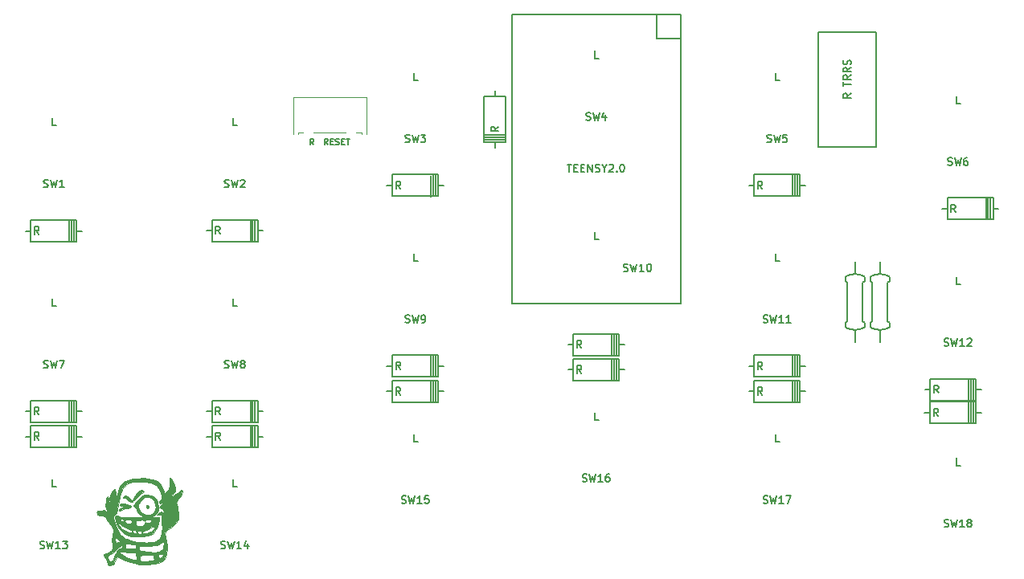
<source format=gbr>
G04 #@! TF.GenerationSoftware,KiCad,Pcbnew,(5.1.0)-1*
G04 #@! TF.CreationDate,2020-09-20T22:55:29+10:00*
G04 #@! TF.ProjectId,oddball,6f646462-616c-46c2-9e6b-696361645f70,rev?*
G04 #@! TF.SameCoordinates,Original*
G04 #@! TF.FileFunction,Legend,Top*
G04 #@! TF.FilePolarity,Positive*
%FSLAX46Y46*%
G04 Gerber Fmt 4.6, Leading zero omitted, Abs format (unit mm)*
G04 Created by KiCad (PCBNEW (5.1.0)-1) date 2020-09-20 22:55:29*
%MOMM*%
%LPD*%
G04 APERTURE LIST*
%ADD10C,0.203200*%
%ADD11C,0.150000*%
%ADD12C,0.010000*%
%ADD13C,0.120000*%
G04 APERTURE END LIST*
D10*
X127000000Y-70223000D02*
X127000000Y-70794500D01*
X127000000Y-65397000D02*
X127000000Y-64825500D01*
X125857000Y-65397000D02*
X125857000Y-70223000D01*
X128143000Y-70223000D02*
X128143000Y-65397000D01*
X125857000Y-70223000D02*
X128143000Y-70223000D01*
X128143000Y-65397000D02*
X125857000Y-65397000D01*
D11*
X125900000Y-69710000D02*
X128100000Y-69710000D01*
X128050000Y-69460000D02*
X125850000Y-69460000D01*
X125900000Y-69960000D02*
X128100000Y-69960000D01*
D10*
X82933000Y-79590000D02*
X83504500Y-79590000D01*
X78107000Y-79590000D02*
X77535500Y-79590000D01*
X78107000Y-80733000D02*
X82933000Y-80733000D01*
X82933000Y-78447000D02*
X78107000Y-78447000D01*
X82933000Y-80733000D02*
X82933000Y-78447000D01*
X78107000Y-78447000D02*
X78107000Y-80733000D01*
D11*
X82420000Y-80690000D02*
X82420000Y-78490000D01*
X82170000Y-78540000D02*
X82170000Y-80740000D01*
X82670000Y-80690000D02*
X82670000Y-78490000D01*
D10*
X102003000Y-79550000D02*
X102574500Y-79550000D01*
X97177000Y-79550000D02*
X96605500Y-79550000D01*
X97177000Y-80693000D02*
X102003000Y-80693000D01*
X102003000Y-78407000D02*
X97177000Y-78407000D01*
X102003000Y-80693000D02*
X102003000Y-78407000D01*
X97177000Y-78407000D02*
X97177000Y-80693000D01*
D11*
X101490000Y-80650000D02*
X101490000Y-78450000D01*
X101240000Y-78500000D02*
X101240000Y-80700000D01*
X101740000Y-80650000D02*
X101740000Y-78450000D01*
D10*
X121023000Y-74800000D02*
X121594500Y-74800000D01*
X116197000Y-74800000D02*
X115625500Y-74800000D01*
X116197000Y-75943000D02*
X121023000Y-75943000D01*
X121023000Y-73657000D02*
X116197000Y-73657000D01*
X121023000Y-75943000D02*
X121023000Y-73657000D01*
X116197000Y-73657000D02*
X116197000Y-75943000D01*
D11*
X120510000Y-75900000D02*
X120510000Y-73700000D01*
X120260000Y-73750000D02*
X120260000Y-75950000D01*
X120760000Y-75900000D02*
X120760000Y-73700000D01*
D10*
X159133000Y-74790000D02*
X159704500Y-74790000D01*
X154307000Y-74790000D02*
X153735500Y-74790000D01*
X154307000Y-75933000D02*
X159133000Y-75933000D01*
X159133000Y-73647000D02*
X154307000Y-73647000D01*
X159133000Y-75933000D02*
X159133000Y-73647000D01*
X154307000Y-73647000D02*
X154307000Y-75933000D01*
D11*
X158620000Y-75890000D02*
X158620000Y-73690000D01*
X158370000Y-73740000D02*
X158370000Y-75940000D01*
X158870000Y-75890000D02*
X158870000Y-73690000D01*
D10*
X179473000Y-77250000D02*
X180044500Y-77250000D01*
X174647000Y-77250000D02*
X174075500Y-77250000D01*
X174647000Y-78393000D02*
X179473000Y-78393000D01*
X179473000Y-76107000D02*
X174647000Y-76107000D01*
X179473000Y-78393000D02*
X179473000Y-76107000D01*
X174647000Y-76107000D02*
X174647000Y-78393000D01*
D11*
X178960000Y-78350000D02*
X178960000Y-76150000D01*
X178710000Y-76200000D02*
X178710000Y-78400000D01*
X179210000Y-78350000D02*
X179210000Y-76150000D01*
D10*
X82933000Y-98600000D02*
X83504500Y-98600000D01*
X78107000Y-98600000D02*
X77535500Y-98600000D01*
X78107000Y-99743000D02*
X82933000Y-99743000D01*
X82933000Y-97457000D02*
X78107000Y-97457000D01*
X82933000Y-99743000D02*
X82933000Y-97457000D01*
X78107000Y-97457000D02*
X78107000Y-99743000D01*
D11*
X82420000Y-99700000D02*
X82420000Y-97500000D01*
X82170000Y-97550000D02*
X82170000Y-99750000D01*
X82670000Y-99700000D02*
X82670000Y-97500000D01*
D10*
X102003000Y-98610000D02*
X102574500Y-98610000D01*
X97177000Y-98610000D02*
X96605500Y-98610000D01*
X97177000Y-99753000D02*
X102003000Y-99753000D01*
X102003000Y-97467000D02*
X97177000Y-97467000D01*
X102003000Y-99753000D02*
X102003000Y-97467000D01*
X97177000Y-97467000D02*
X97177000Y-99753000D01*
D11*
X101490000Y-99710000D02*
X101490000Y-97510000D01*
X101240000Y-97560000D02*
X101240000Y-99760000D01*
X101740000Y-99710000D02*
X101740000Y-97510000D01*
D10*
X121023000Y-93830000D02*
X121594500Y-93830000D01*
X116197000Y-93830000D02*
X115625500Y-93830000D01*
X116197000Y-94973000D02*
X121023000Y-94973000D01*
X121023000Y-92687000D02*
X116197000Y-92687000D01*
X121023000Y-94973000D02*
X121023000Y-92687000D01*
X116197000Y-92687000D02*
X116197000Y-94973000D01*
D11*
X120510000Y-94930000D02*
X120510000Y-92730000D01*
X120260000Y-92780000D02*
X120260000Y-94980000D01*
X120760000Y-94930000D02*
X120760000Y-92730000D01*
D10*
X140083000Y-91570000D02*
X140654500Y-91570000D01*
X135257000Y-91570000D02*
X134685500Y-91570000D01*
X135257000Y-92713000D02*
X140083000Y-92713000D01*
X140083000Y-90427000D02*
X135257000Y-90427000D01*
X140083000Y-92713000D02*
X140083000Y-90427000D01*
X135257000Y-90427000D02*
X135257000Y-92713000D01*
D11*
X139570000Y-92670000D02*
X139570000Y-90470000D01*
X139320000Y-90520000D02*
X139320000Y-92720000D01*
X139820000Y-92670000D02*
X139820000Y-90470000D01*
D10*
X159133000Y-93840000D02*
X159704500Y-93840000D01*
X154307000Y-93840000D02*
X153735500Y-93840000D01*
X154307000Y-94983000D02*
X159133000Y-94983000D01*
X159133000Y-92697000D02*
X154307000Y-92697000D01*
X159133000Y-94983000D02*
X159133000Y-92697000D01*
X154307000Y-92697000D02*
X154307000Y-94983000D01*
D11*
X158620000Y-94940000D02*
X158620000Y-92740000D01*
X158370000Y-92790000D02*
X158370000Y-94990000D01*
X158870000Y-94940000D02*
X158870000Y-92740000D01*
D10*
X177683000Y-96320000D02*
X178254500Y-96320000D01*
X172857000Y-96320000D02*
X172285500Y-96320000D01*
X172857000Y-97463000D02*
X177683000Y-97463000D01*
X177683000Y-95177000D02*
X172857000Y-95177000D01*
X177683000Y-97463000D02*
X177683000Y-95177000D01*
X172857000Y-95177000D02*
X172857000Y-97463000D01*
D11*
X177170000Y-97420000D02*
X177170000Y-95220000D01*
X176920000Y-95270000D02*
X176920000Y-97470000D01*
X177420000Y-97420000D02*
X177420000Y-95220000D01*
D10*
X82933000Y-101270000D02*
X83504500Y-101270000D01*
X78107000Y-101270000D02*
X77535500Y-101270000D01*
X78107000Y-102413000D02*
X82933000Y-102413000D01*
X82933000Y-100127000D02*
X78107000Y-100127000D01*
X82933000Y-102413000D02*
X82933000Y-100127000D01*
X78107000Y-100127000D02*
X78107000Y-102413000D01*
D11*
X82420000Y-102370000D02*
X82420000Y-100170000D01*
X82170000Y-100220000D02*
X82170000Y-102420000D01*
X82670000Y-102370000D02*
X82670000Y-100170000D01*
D10*
X102003000Y-101280000D02*
X102574500Y-101280000D01*
X97177000Y-101280000D02*
X96605500Y-101280000D01*
X97177000Y-102423000D02*
X102003000Y-102423000D01*
X102003000Y-100137000D02*
X97177000Y-100137000D01*
X102003000Y-102423000D02*
X102003000Y-100137000D01*
X97177000Y-100137000D02*
X97177000Y-102423000D01*
D11*
X101490000Y-102380000D02*
X101490000Y-100180000D01*
X101240000Y-100230000D02*
X101240000Y-102430000D01*
X101740000Y-102380000D02*
X101740000Y-100180000D01*
D10*
X121023000Y-96510000D02*
X121594500Y-96510000D01*
X116197000Y-96510000D02*
X115625500Y-96510000D01*
X116197000Y-97653000D02*
X121023000Y-97653000D01*
X121023000Y-95367000D02*
X116197000Y-95367000D01*
X121023000Y-97653000D02*
X121023000Y-95367000D01*
X116197000Y-95367000D02*
X116197000Y-97653000D01*
D11*
X120510000Y-97610000D02*
X120510000Y-95410000D01*
X120260000Y-95460000D02*
X120260000Y-97660000D01*
X120760000Y-97610000D02*
X120760000Y-95410000D01*
D10*
X140083000Y-94230000D02*
X140654500Y-94230000D01*
X135257000Y-94230000D02*
X134685500Y-94230000D01*
X135257000Y-95373000D02*
X140083000Y-95373000D01*
X140083000Y-93087000D02*
X135257000Y-93087000D01*
X140083000Y-95373000D02*
X140083000Y-93087000D01*
X135257000Y-93087000D02*
X135257000Y-95373000D01*
D11*
X139570000Y-95330000D02*
X139570000Y-93130000D01*
X139320000Y-93180000D02*
X139320000Y-95380000D01*
X139820000Y-95330000D02*
X139820000Y-93130000D01*
D10*
X159133000Y-96520000D02*
X159704500Y-96520000D01*
X154307000Y-96520000D02*
X153735500Y-96520000D01*
X154307000Y-97663000D02*
X159133000Y-97663000D01*
X159133000Y-95377000D02*
X154307000Y-95377000D01*
X159133000Y-97663000D02*
X159133000Y-95377000D01*
X154307000Y-95377000D02*
X154307000Y-97663000D01*
D11*
X158620000Y-97620000D02*
X158620000Y-95420000D01*
X158370000Y-95470000D02*
X158370000Y-97670000D01*
X158870000Y-97620000D02*
X158870000Y-95420000D01*
D10*
X177663000Y-98750000D02*
X178234500Y-98750000D01*
X172837000Y-98750000D02*
X172265500Y-98750000D01*
X172837000Y-99893000D02*
X177663000Y-99893000D01*
X177663000Y-97607000D02*
X172837000Y-97607000D01*
X177663000Y-99893000D02*
X177663000Y-97607000D01*
X172837000Y-97607000D02*
X172837000Y-99893000D01*
D11*
X177150000Y-99850000D02*
X177150000Y-97650000D01*
X176900000Y-97700000D02*
X176900000Y-99900000D01*
X177400000Y-99850000D02*
X177400000Y-97650000D01*
X167150000Y-70700000D02*
X161050000Y-70700000D01*
X161050000Y-58600000D02*
X161050000Y-70700000D01*
X167150000Y-58600000D02*
X161050000Y-58600000D01*
X167150000Y-58600000D02*
X167150000Y-70700000D01*
X144000000Y-59300000D02*
X146540000Y-59300000D01*
X144000000Y-56760000D02*
X144000000Y-59300000D01*
X128760000Y-87240000D02*
X128760000Y-56760000D01*
X146540000Y-87240000D02*
X128760000Y-87240000D01*
X146540000Y-56760000D02*
X146540000Y-87240000D01*
X128760000Y-56760000D02*
X146540000Y-56760000D01*
D12*
G36*
X90532749Y-108561722D02*
G01*
X90544572Y-108644768D01*
X90492778Y-108765471D01*
X90380210Y-108807726D01*
X90271088Y-108757550D01*
X90243492Y-108710325D01*
X90251951Y-108574133D01*
X90298140Y-108524713D01*
X90447008Y-108481305D01*
X90532749Y-108561722D01*
X90532749Y-108561722D01*
G37*
X90532749Y-108561722D02*
X90544572Y-108644768D01*
X90492778Y-108765471D01*
X90380210Y-108807726D01*
X90271088Y-108757550D01*
X90243492Y-108710325D01*
X90251951Y-108574133D01*
X90298140Y-108524713D01*
X90447008Y-108481305D01*
X90532749Y-108561722D01*
G36*
X89954666Y-106959863D02*
G01*
X89995316Y-107036826D01*
X89900929Y-107165520D01*
X89671377Y-107346292D01*
X89611251Y-107387374D01*
X89403867Y-107556434D01*
X89230341Y-107747328D01*
X89195032Y-107799156D01*
X89076966Y-107941633D01*
X88954230Y-108018552D01*
X88863707Y-108014397D01*
X88839143Y-107948844D01*
X88881248Y-107830146D01*
X88989795Y-107640939D01*
X89138129Y-107422071D01*
X89299599Y-107214388D01*
X89370945Y-107133857D01*
X89606759Y-106966514D01*
X89779106Y-106934286D01*
X89954666Y-106959863D01*
X89954666Y-106959863D01*
G37*
X89954666Y-106959863D02*
X89995316Y-107036826D01*
X89900929Y-107165520D01*
X89671377Y-107346292D01*
X89611251Y-107387374D01*
X89403867Y-107556434D01*
X89230341Y-107747328D01*
X89195032Y-107799156D01*
X89076966Y-107941633D01*
X88954230Y-108018552D01*
X88863707Y-108014397D01*
X88839143Y-107948844D01*
X88881248Y-107830146D01*
X88989795Y-107640939D01*
X89138129Y-107422071D01*
X89299599Y-107214388D01*
X89370945Y-107133857D01*
X89606759Y-106966514D01*
X89779106Y-106934286D01*
X89954666Y-106959863D01*
G36*
X88301001Y-107552472D02*
G01*
X88524953Y-107715470D01*
X88603286Y-107801570D01*
X88737982Y-107971239D01*
X88823363Y-108093059D01*
X88839143Y-108126834D01*
X88779940Y-108162050D01*
X88628060Y-108138968D01*
X88499173Y-108094922D01*
X88337451Y-107979697D01*
X88256892Y-107874576D01*
X88139278Y-107756198D01*
X87998148Y-107751562D01*
X87853333Y-107756870D01*
X87836546Y-107694203D01*
X87910229Y-107601943D01*
X88089247Y-107512658D01*
X88301001Y-107552472D01*
X88301001Y-107552472D01*
G37*
X88301001Y-107552472D02*
X88524953Y-107715470D01*
X88603286Y-107801570D01*
X88737982Y-107971239D01*
X88823363Y-108093059D01*
X88839143Y-108126834D01*
X88779940Y-108162050D01*
X88628060Y-108138968D01*
X88499173Y-108094922D01*
X88337451Y-107979697D01*
X88256892Y-107874576D01*
X88139278Y-107756198D01*
X87998148Y-107751562D01*
X87853333Y-107756870D01*
X87836546Y-107694203D01*
X87910229Y-107601943D01*
X88089247Y-107512658D01*
X88301001Y-107552472D01*
G36*
X87984018Y-108342292D02*
G01*
X88224241Y-108393777D01*
X88497901Y-108490040D01*
X88645605Y-108597997D01*
X88665963Y-108700348D01*
X88557583Y-108779791D01*
X88319072Y-108819026D01*
X88258572Y-108820510D01*
X88015864Y-108863792D01*
X87787746Y-108965699D01*
X87786857Y-108966286D01*
X87606078Y-109076146D01*
X87501717Y-109103845D01*
X87435927Y-109056713D01*
X87422747Y-109036830D01*
X87436528Y-108940447D01*
X87544505Y-108825857D01*
X87704856Y-108725497D01*
X87875756Y-108671807D01*
X87895714Y-108669996D01*
X88007139Y-108658173D01*
X87980020Y-108639512D01*
X87932000Y-108628471D01*
X87736776Y-108587045D01*
X87623572Y-108562935D01*
X87496008Y-108495137D01*
X87460286Y-108420618D01*
X87524733Y-108340701D01*
X87705564Y-108314373D01*
X87984018Y-108342292D01*
X87984018Y-108342292D01*
G37*
X87984018Y-108342292D02*
X88224241Y-108393777D01*
X88497901Y-108490040D01*
X88645605Y-108597997D01*
X88665963Y-108700348D01*
X88557583Y-108779791D01*
X88319072Y-108819026D01*
X88258572Y-108820510D01*
X88015864Y-108863792D01*
X87787746Y-108965699D01*
X87786857Y-108966286D01*
X87606078Y-109076146D01*
X87501717Y-109103845D01*
X87435927Y-109056713D01*
X87422747Y-109036830D01*
X87436528Y-108940447D01*
X87544505Y-108825857D01*
X87704856Y-108725497D01*
X87875756Y-108671807D01*
X87895714Y-108669996D01*
X88007139Y-108658173D01*
X87980020Y-108639512D01*
X87932000Y-108628471D01*
X87736776Y-108587045D01*
X87623572Y-108562935D01*
X87496008Y-108495137D01*
X87460286Y-108420618D01*
X87524733Y-108340701D01*
X87705564Y-108314373D01*
X87984018Y-108342292D01*
G36*
X90778963Y-107460991D02*
G01*
X91108846Y-107622983D01*
X91344756Y-107893990D01*
X91483956Y-108270997D01*
X91524286Y-108694951D01*
X91514973Y-108977837D01*
X91478278Y-109167325D01*
X91401068Y-109314460D01*
X91347156Y-109383371D01*
X91099105Y-109578248D01*
X90766154Y-109707265D01*
X90396229Y-109763072D01*
X90037256Y-109738319D01*
X89743180Y-109629369D01*
X89446961Y-109366150D01*
X89254823Y-109009476D01*
X89241017Y-108966286D01*
X89139802Y-108777144D01*
X89035920Y-108665725D01*
X88966437Y-108603679D01*
X88962012Y-108590259D01*
X89430857Y-108590259D01*
X89453380Y-108732686D01*
X89523306Y-108926312D01*
X89713292Y-109249467D01*
X89980742Y-109458260D01*
X90304723Y-109545028D01*
X90664303Y-109502106D01*
X90871060Y-109419745D01*
X91114589Y-109249746D01*
X91244019Y-109027652D01*
X91268361Y-108730196D01*
X91232394Y-108486836D01*
X91102399Y-108087042D01*
X90905959Y-107808385D01*
X90647743Y-107655971D01*
X90446254Y-107627013D01*
X90120389Y-107686999D01*
X89843520Y-107872418D01*
X89604193Y-108191459D01*
X89569386Y-108254024D01*
X89468008Y-108452842D01*
X89430857Y-108590259D01*
X88962012Y-108590259D01*
X88946021Y-108541772D01*
X88986922Y-108452962D01*
X89101394Y-108310208D01*
X89295037Y-108093816D01*
X89564711Y-107804712D01*
X89772656Y-107610508D01*
X89947706Y-107492679D01*
X90118693Y-107432701D01*
X90314453Y-107412051D01*
X90357849Y-107411029D01*
X90778963Y-107460991D01*
X90778963Y-107460991D01*
G37*
X90778963Y-107460991D02*
X91108846Y-107622983D01*
X91344756Y-107893990D01*
X91483956Y-108270997D01*
X91524286Y-108694951D01*
X91514973Y-108977837D01*
X91478278Y-109167325D01*
X91401068Y-109314460D01*
X91347156Y-109383371D01*
X91099105Y-109578248D01*
X90766154Y-109707265D01*
X90396229Y-109763072D01*
X90037256Y-109738319D01*
X89743180Y-109629369D01*
X89446961Y-109366150D01*
X89254823Y-109009476D01*
X89241017Y-108966286D01*
X89139802Y-108777144D01*
X89035920Y-108665725D01*
X88966437Y-108603679D01*
X88962012Y-108590259D01*
X89430857Y-108590259D01*
X89453380Y-108732686D01*
X89523306Y-108926312D01*
X89713292Y-109249467D01*
X89980742Y-109458260D01*
X90304723Y-109545028D01*
X90664303Y-109502106D01*
X90871060Y-109419745D01*
X91114589Y-109249746D01*
X91244019Y-109027652D01*
X91268361Y-108730196D01*
X91232394Y-108486836D01*
X91102399Y-108087042D01*
X90905959Y-107808385D01*
X90647743Y-107655971D01*
X90446254Y-107627013D01*
X90120389Y-107686999D01*
X89843520Y-107872418D01*
X89604193Y-108191459D01*
X89569386Y-108254024D01*
X89468008Y-108452842D01*
X89430857Y-108590259D01*
X88962012Y-108590259D01*
X88946021Y-108541772D01*
X88986922Y-108452962D01*
X89101394Y-108310208D01*
X89295037Y-108093816D01*
X89564711Y-107804712D01*
X89772656Y-107610508D01*
X89947706Y-107492679D01*
X90118693Y-107432701D01*
X90314453Y-107412051D01*
X90357849Y-107411029D01*
X90778963Y-107460991D01*
G36*
X87442567Y-109695205D02*
G01*
X87593208Y-109730006D01*
X87802375Y-109757055D01*
X88086646Y-109777147D01*
X88462597Y-109791077D01*
X88946805Y-109799639D01*
X89555847Y-109803630D01*
X89710000Y-109803977D01*
X91633143Y-109807096D01*
X91623813Y-110027233D01*
X91573343Y-110370971D01*
X91462425Y-110742200D01*
X91312318Y-111082419D01*
X91152665Y-111323751D01*
X90944788Y-111510411D01*
X90683511Y-111644712D01*
X90346701Y-111732396D01*
X89912221Y-111779205D01*
X89357937Y-111790881D01*
X89352114Y-111790842D01*
X88994743Y-111782022D01*
X88670975Y-111762519D01*
X88420127Y-111735375D01*
X88294857Y-111709010D01*
X87876948Y-111487392D01*
X87527793Y-111142158D01*
X87253209Y-110680478D01*
X87179545Y-110475558D01*
X87242572Y-110475558D01*
X87299575Y-110584368D01*
X87448630Y-110740092D01*
X87656808Y-110915848D01*
X87891180Y-111084754D01*
X88118814Y-111219927D01*
X88202863Y-111259488D01*
X88489644Y-111354058D01*
X88673596Y-111350076D01*
X88733526Y-111277704D01*
X88839143Y-111277704D01*
X88886708Y-111420026D01*
X89041926Y-111489483D01*
X89152619Y-111500557D01*
X89251505Y-111465330D01*
X89260983Y-111349048D01*
X89347143Y-111349048D01*
X89381885Y-111505859D01*
X89506469Y-111571758D01*
X89613238Y-111578857D01*
X89743039Y-111545722D01*
X89782218Y-111420116D01*
X89782572Y-111397429D01*
X89782049Y-111394534D01*
X89873931Y-111394534D01*
X89887125Y-111426750D01*
X89996793Y-111487253D01*
X90180802Y-111503788D01*
X90375810Y-111478318D01*
X90518472Y-111412806D01*
X90524630Y-111407003D01*
X90677793Y-111301310D01*
X90774243Y-111260008D01*
X90939050Y-111171824D01*
X91072377Y-111042361D01*
X91136751Y-110914236D01*
X91127969Y-110857716D01*
X91008836Y-110785050D01*
X90833257Y-110816513D01*
X90640419Y-110943857D01*
X90446884Y-111067985D01*
X90248822Y-111129861D01*
X90047305Y-111184495D01*
X89910972Y-111282053D01*
X89873931Y-111394534D01*
X89782049Y-111394534D01*
X89759140Y-111267767D01*
X89659533Y-111220333D01*
X89564857Y-111216000D01*
X89402891Y-111240802D01*
X89348071Y-111328007D01*
X89347143Y-111349048D01*
X89260983Y-111349048D01*
X89261476Y-111343000D01*
X89194323Y-111218503D01*
X89069524Y-111151166D01*
X88937966Y-111148856D01*
X88850534Y-111219442D01*
X88839143Y-111277704D01*
X88733526Y-111277704D01*
X88759023Y-111246915D01*
X88766572Y-111177207D01*
X88701119Y-111106837D01*
X88532568Y-111046430D01*
X88461293Y-111032039D01*
X88059280Y-110891835D01*
X87661300Y-110608840D01*
X87592281Y-110544715D01*
X87549014Y-110515482D01*
X89135588Y-110515482D01*
X89196181Y-110640463D01*
X89350395Y-110696384D01*
X89584351Y-110708000D01*
X89819284Y-110692531D01*
X89999094Y-110652927D01*
X90058343Y-110620914D01*
X90134542Y-110475815D01*
X90145429Y-110400647D01*
X90165869Y-110310738D01*
X90253019Y-110326093D01*
X90293313Y-110346610D01*
X90469711Y-110387076D01*
X90636965Y-110345405D01*
X90755544Y-110246393D01*
X90785922Y-110114839D01*
X90761192Y-110053087D01*
X90669249Y-110021670D01*
X90500055Y-110029368D01*
X90313033Y-110066442D01*
X90167605Y-110123152D01*
X90128397Y-110156794D01*
X90081909Y-110188985D01*
X90073969Y-110142109D01*
X90029826Y-110088876D01*
X89884867Y-110065840D01*
X89619286Y-110069537D01*
X89371285Y-110085065D01*
X89233091Y-110112871D01*
X89169438Y-110169757D01*
X89145059Y-110272524D01*
X89142160Y-110296845D01*
X89135588Y-110515482D01*
X87549014Y-110515482D01*
X87454512Y-110451634D01*
X87322661Y-110417629D01*
X87246902Y-110452622D01*
X87242572Y-110475558D01*
X87179545Y-110475558D01*
X87088057Y-110221061D01*
X87082298Y-110197178D01*
X87981767Y-110197178D01*
X87993327Y-110233151D01*
X88110999Y-110369622D01*
X88303361Y-110454359D01*
X88510627Y-110472543D01*
X88673014Y-110409361D01*
X88679486Y-110403200D01*
X88774595Y-110251904D01*
X88730497Y-110132938D01*
X88550515Y-110051223D01*
X88426015Y-110027907D01*
X88151358Y-110015579D01*
X88003695Y-110071803D01*
X87981767Y-110197178D01*
X87082298Y-110197178D01*
X87036552Y-110007477D01*
X87532857Y-110007477D01*
X87585370Y-110126431D01*
X87623572Y-110151938D01*
X87800460Y-110192161D01*
X87881712Y-110137338D01*
X87882152Y-110073000D01*
X87814315Y-109973440D01*
X87695064Y-109922443D01*
X87582038Y-109930820D01*
X87532857Y-110007477D01*
X87036552Y-110007477D01*
X87014232Y-109914920D01*
X87005736Y-109726964D01*
X87073652Y-109640754D01*
X87229063Y-109639851D01*
X87442567Y-109695205D01*
X87442567Y-109695205D01*
G37*
X87442567Y-109695205D02*
X87593208Y-109730006D01*
X87802375Y-109757055D01*
X88086646Y-109777147D01*
X88462597Y-109791077D01*
X88946805Y-109799639D01*
X89555847Y-109803630D01*
X89710000Y-109803977D01*
X91633143Y-109807096D01*
X91623813Y-110027233D01*
X91573343Y-110370971D01*
X91462425Y-110742200D01*
X91312318Y-111082419D01*
X91152665Y-111323751D01*
X90944788Y-111510411D01*
X90683511Y-111644712D01*
X90346701Y-111732396D01*
X89912221Y-111779205D01*
X89357937Y-111790881D01*
X89352114Y-111790842D01*
X88994743Y-111782022D01*
X88670975Y-111762519D01*
X88420127Y-111735375D01*
X88294857Y-111709010D01*
X87876948Y-111487392D01*
X87527793Y-111142158D01*
X87253209Y-110680478D01*
X87179545Y-110475558D01*
X87242572Y-110475558D01*
X87299575Y-110584368D01*
X87448630Y-110740092D01*
X87656808Y-110915848D01*
X87891180Y-111084754D01*
X88118814Y-111219927D01*
X88202863Y-111259488D01*
X88489644Y-111354058D01*
X88673596Y-111350076D01*
X88733526Y-111277704D01*
X88839143Y-111277704D01*
X88886708Y-111420026D01*
X89041926Y-111489483D01*
X89152619Y-111500557D01*
X89251505Y-111465330D01*
X89260983Y-111349048D01*
X89347143Y-111349048D01*
X89381885Y-111505859D01*
X89506469Y-111571758D01*
X89613238Y-111578857D01*
X89743039Y-111545722D01*
X89782218Y-111420116D01*
X89782572Y-111397429D01*
X89782049Y-111394534D01*
X89873931Y-111394534D01*
X89887125Y-111426750D01*
X89996793Y-111487253D01*
X90180802Y-111503788D01*
X90375810Y-111478318D01*
X90518472Y-111412806D01*
X90524630Y-111407003D01*
X90677793Y-111301310D01*
X90774243Y-111260008D01*
X90939050Y-111171824D01*
X91072377Y-111042361D01*
X91136751Y-110914236D01*
X91127969Y-110857716D01*
X91008836Y-110785050D01*
X90833257Y-110816513D01*
X90640419Y-110943857D01*
X90446884Y-111067985D01*
X90248822Y-111129861D01*
X90047305Y-111184495D01*
X89910972Y-111282053D01*
X89873931Y-111394534D01*
X89782049Y-111394534D01*
X89759140Y-111267767D01*
X89659533Y-111220333D01*
X89564857Y-111216000D01*
X89402891Y-111240802D01*
X89348071Y-111328007D01*
X89347143Y-111349048D01*
X89260983Y-111349048D01*
X89261476Y-111343000D01*
X89194323Y-111218503D01*
X89069524Y-111151166D01*
X88937966Y-111148856D01*
X88850534Y-111219442D01*
X88839143Y-111277704D01*
X88733526Y-111277704D01*
X88759023Y-111246915D01*
X88766572Y-111177207D01*
X88701119Y-111106837D01*
X88532568Y-111046430D01*
X88461293Y-111032039D01*
X88059280Y-110891835D01*
X87661300Y-110608840D01*
X87592281Y-110544715D01*
X87549014Y-110515482D01*
X89135588Y-110515482D01*
X89196181Y-110640463D01*
X89350395Y-110696384D01*
X89584351Y-110708000D01*
X89819284Y-110692531D01*
X89999094Y-110652927D01*
X90058343Y-110620914D01*
X90134542Y-110475815D01*
X90145429Y-110400647D01*
X90165869Y-110310738D01*
X90253019Y-110326093D01*
X90293313Y-110346610D01*
X90469711Y-110387076D01*
X90636965Y-110345405D01*
X90755544Y-110246393D01*
X90785922Y-110114839D01*
X90761192Y-110053087D01*
X90669249Y-110021670D01*
X90500055Y-110029368D01*
X90313033Y-110066442D01*
X90167605Y-110123152D01*
X90128397Y-110156794D01*
X90081909Y-110188985D01*
X90073969Y-110142109D01*
X90029826Y-110088876D01*
X89884867Y-110065840D01*
X89619286Y-110069537D01*
X89371285Y-110085065D01*
X89233091Y-110112871D01*
X89169438Y-110169757D01*
X89145059Y-110272524D01*
X89142160Y-110296845D01*
X89135588Y-110515482D01*
X87549014Y-110515482D01*
X87454512Y-110451634D01*
X87322661Y-110417629D01*
X87246902Y-110452622D01*
X87242572Y-110475558D01*
X87179545Y-110475558D01*
X87088057Y-110221061D01*
X87082298Y-110197178D01*
X87981767Y-110197178D01*
X87993327Y-110233151D01*
X88110999Y-110369622D01*
X88303361Y-110454359D01*
X88510627Y-110472543D01*
X88673014Y-110409361D01*
X88679486Y-110403200D01*
X88774595Y-110251904D01*
X88730497Y-110132938D01*
X88550515Y-110051223D01*
X88426015Y-110027907D01*
X88151358Y-110015579D01*
X88003695Y-110071803D01*
X87981767Y-110197178D01*
X87082298Y-110197178D01*
X87036552Y-110007477D01*
X87532857Y-110007477D01*
X87585370Y-110126431D01*
X87623572Y-110151938D01*
X87800460Y-110192161D01*
X87881712Y-110137338D01*
X87882152Y-110073000D01*
X87814315Y-109973440D01*
X87695064Y-109922443D01*
X87582038Y-109930820D01*
X87532857Y-110007477D01*
X87036552Y-110007477D01*
X87014232Y-109914920D01*
X87005736Y-109726964D01*
X87073652Y-109640754D01*
X87229063Y-109639851D01*
X87442567Y-109695205D01*
G36*
X92867482Y-105692869D02*
G01*
X93005613Y-105864214D01*
X93138451Y-106107144D01*
X93246904Y-106386769D01*
X93311736Y-106667133D01*
X93327230Y-106873270D01*
X93288883Y-107024480D01*
X93174616Y-107187202D01*
X93116433Y-107254809D01*
X92968474Y-107449035D01*
X92891304Y-107640250D01*
X92858490Y-107897843D01*
X92856200Y-107937997D01*
X92847707Y-108153869D01*
X92854229Y-108237414D01*
X92878644Y-108200938D01*
X92901501Y-108131714D01*
X92963932Y-107908894D01*
X93006062Y-107732572D01*
X93103787Y-107562323D01*
X93314102Y-107382768D01*
X93360357Y-107352629D01*
X93573970Y-107206324D01*
X93753190Y-107062571D01*
X93809329Y-107007915D01*
X93950236Y-106883271D01*
X94033020Y-106890125D01*
X94063571Y-107029713D01*
X94064015Y-107061286D01*
X94003692Y-107322356D01*
X93836280Y-107619778D01*
X93593887Y-107906087D01*
X93455677Y-108091732D01*
X93448180Y-108225656D01*
X93501250Y-108409715D01*
X93555812Y-108684580D01*
X93606473Y-109008856D01*
X93647841Y-109341146D01*
X93674525Y-109640054D01*
X93681132Y-109864182D01*
X93672565Y-109948330D01*
X93589254Y-110109768D01*
X93420255Y-110326452D01*
X93196620Y-110567382D01*
X92949398Y-110801553D01*
X92709638Y-110997962D01*
X92508390Y-111125607D01*
X92481303Y-111137800D01*
X92298360Y-111282021D01*
X92227303Y-111517277D01*
X92267965Y-111844375D01*
X92307657Y-111978000D01*
X92395484Y-112343430D01*
X92440741Y-112756211D01*
X92445210Y-113180557D01*
X92410669Y-113580683D01*
X92338897Y-113920803D01*
X92231674Y-114165131D01*
X92196661Y-114210273D01*
X91928086Y-114414024D01*
X91539456Y-114574357D01*
X91051444Y-114683376D01*
X90907429Y-114702742D01*
X90527630Y-114739604D01*
X90159372Y-114761745D01*
X89829999Y-114769078D01*
X89566856Y-114761516D01*
X89397286Y-114738974D01*
X89347143Y-114707669D01*
X89282517Y-114659819D01*
X89118790Y-114612206D01*
X89017800Y-114593949D01*
X88579670Y-114495710D01*
X88102039Y-114336478D01*
X87661248Y-114142714D01*
X87559478Y-114088483D01*
X87244611Y-113912500D01*
X87007734Y-114360393D01*
X86875948Y-114598114D01*
X86774139Y-114735148D01*
X86669602Y-114801721D01*
X86529634Y-114828056D01*
X86498714Y-114830810D01*
X86300667Y-114826949D01*
X86227451Y-114769631D01*
X86226514Y-114758238D01*
X86197015Y-114648308D01*
X86119656Y-114450714D01*
X86011055Y-114207827D01*
X86008800Y-114203056D01*
X85900403Y-113965530D01*
X85890478Y-113941743D01*
X86197865Y-113941743D01*
X86228555Y-114100847D01*
X86354235Y-114318429D01*
X86465522Y-114453896D01*
X86563866Y-114459921D01*
X86679812Y-114354715D01*
X86764164Y-114224312D01*
X86875464Y-114006173D01*
X86986019Y-113756000D01*
X87131532Y-113456103D01*
X87513441Y-113456103D01*
X87516159Y-113538519D01*
X87629545Y-113653482D01*
X87826676Y-113787333D01*
X88080628Y-113926416D01*
X88364476Y-114057071D01*
X88651297Y-114165642D01*
X88914166Y-114238470D01*
X89102371Y-114262127D01*
X89194054Y-114249655D01*
X89232594Y-114184613D01*
X89230650Y-114030018D01*
X89221798Y-113940375D01*
X89579452Y-113940375D01*
X89601428Y-114109611D01*
X89630484Y-114264289D01*
X89665188Y-114371921D01*
X89728038Y-114437316D01*
X89841530Y-114465283D01*
X90028162Y-114460630D01*
X90310431Y-114428166D01*
X90710835Y-114372700D01*
X90784284Y-114362441D01*
X90978064Y-114328792D01*
X91064841Y-114274497D01*
X91081649Y-114161024D01*
X91074570Y-114060413D01*
X91037927Y-113875331D01*
X90942725Y-113779239D01*
X90839435Y-113741466D01*
X91544726Y-113741466D01*
X91545052Y-113841746D01*
X91568723Y-113960044D01*
X91612411Y-114110690D01*
X91677548Y-114144250D01*
X91748993Y-114115115D01*
X91897088Y-113989947D01*
X91958051Y-113904251D01*
X92027347Y-113731993D01*
X91989609Y-113652861D01*
X91835387Y-113652538D01*
X91796429Y-113659382D01*
X91617186Y-113695641D01*
X91544726Y-113741466D01*
X90839435Y-113741466D01*
X90834857Y-113739792D01*
X90609182Y-113711597D01*
X90298542Y-113718905D01*
X89957846Y-113758459D01*
X89721839Y-113805793D01*
X89612235Y-113850322D01*
X89579452Y-113940375D01*
X89221798Y-113940375D01*
X89219715Y-113919286D01*
X89194105Y-113712685D01*
X89170837Y-113576936D01*
X89162198Y-113550473D01*
X89074927Y-113524935D01*
X88879818Y-113499236D01*
X88613786Y-113475490D01*
X88313744Y-113455809D01*
X88016606Y-113442306D01*
X87759287Y-113437094D01*
X87578701Y-113442286D01*
X87513441Y-113456103D01*
X87131532Y-113456103D01*
X87168182Y-113380571D01*
X87352364Y-113143375D01*
X87425929Y-113102857D01*
X88113429Y-113102857D01*
X89211196Y-113102857D01*
X89188455Y-112867000D01*
X89183208Y-112812572D01*
X89483090Y-112812572D01*
X89505831Y-113048429D01*
X89527039Y-113180200D01*
X89582185Y-113259966D01*
X89706551Y-113312265D01*
X89935421Y-113361638D01*
X89964000Y-113367090D01*
X90257470Y-113408894D01*
X90621061Y-113441176D01*
X90979786Y-113457404D01*
X91005400Y-113457805D01*
X91304109Y-113459216D01*
X91498880Y-113446248D01*
X91630891Y-113407367D01*
X91741320Y-113331041D01*
X91858114Y-113218972D01*
X92017115Y-113035229D01*
X92088854Y-112860865D01*
X92104857Y-112638400D01*
X92096300Y-112441078D01*
X92074602Y-112321267D01*
X92060905Y-112304572D01*
X91982089Y-112347024D01*
X91842212Y-112452169D01*
X91804651Y-112483211D01*
X91604969Y-112620315D01*
X91367427Y-112715741D01*
X91064055Y-112775476D01*
X90666881Y-112805507D01*
X90267831Y-112812167D01*
X89483090Y-112812572D01*
X89183208Y-112812572D01*
X89165715Y-112631143D01*
X88113429Y-112588499D01*
X88113429Y-113102857D01*
X87425929Y-113102857D01*
X87544491Y-113037556D01*
X87613469Y-113030286D01*
X87728876Y-112975199D01*
X87750572Y-112885143D01*
X87724701Y-112767150D01*
X87688889Y-112740000D01*
X87577961Y-112785567D01*
X87404484Y-112900874D01*
X87209336Y-113053833D01*
X87033394Y-113212355D01*
X86917537Y-113344351D01*
X86915952Y-113346746D01*
X86783445Y-113484895D01*
X86579843Y-113633544D01*
X86478616Y-113692400D01*
X86278757Y-113817984D01*
X86197865Y-113941743D01*
X85890478Y-113941743D01*
X85822437Y-113778676D01*
X85791191Y-113681621D01*
X85791143Y-113680201D01*
X85854618Y-113627255D01*
X86011223Y-113576865D01*
X86050330Y-113568810D01*
X86292105Y-113484672D01*
X86511595Y-113350145D01*
X86512999Y-113348968D01*
X86610098Y-113261177D01*
X86668021Y-113174351D01*
X86694239Y-113052467D01*
X86696222Y-112859503D01*
X86681439Y-112559435D01*
X86680429Y-112541589D01*
X86670130Y-112197344D01*
X86992670Y-112197344D01*
X87021644Y-112332406D01*
X87077984Y-112442051D01*
X87163094Y-112468904D01*
X87329138Y-112428095D01*
X87339940Y-112424725D01*
X87593019Y-112345512D01*
X87327081Y-112114937D01*
X87166265Y-111981934D01*
X87078476Y-111937945D01*
X87030320Y-111973287D01*
X87008786Y-112022618D01*
X86992670Y-112197344D01*
X86670130Y-112197344D01*
X86669169Y-112165245D01*
X86687621Y-111892015D01*
X86739137Y-111682280D01*
X86757050Y-111636379D01*
X86817252Y-111366864D01*
X86797591Y-111086683D01*
X86706933Y-110849888D01*
X86610329Y-110742010D01*
X86525748Y-110642046D01*
X86401273Y-110450232D01*
X86261386Y-110204805D01*
X86237112Y-110159129D01*
X86059259Y-109820678D01*
X86779865Y-109820678D01*
X86797171Y-109946798D01*
X86854050Y-110136925D01*
X86955946Y-110419325D01*
X87027375Y-110608975D01*
X87208554Y-111053456D01*
X87381933Y-111386751D01*
X87571931Y-111639193D01*
X87802966Y-111841118D01*
X88099455Y-112022860D01*
X88213367Y-112082330D01*
X88551185Y-112226606D01*
X88927493Y-112329464D01*
X89371945Y-112396097D01*
X89914197Y-112431701D01*
X90254286Y-112439803D01*
X90602414Y-112437490D01*
X90856348Y-112414402D01*
X91066487Y-112362395D01*
X91282658Y-112273589D01*
X91503626Y-112153090D01*
X91672164Y-112029311D01*
X91731934Y-111960524D01*
X91787950Y-111810396D01*
X91843726Y-111587288D01*
X91893682Y-111327859D01*
X91932241Y-111068769D01*
X91953824Y-110846677D01*
X91952852Y-110698243D01*
X91930239Y-110657349D01*
X91887142Y-110599063D01*
X91869037Y-110402393D01*
X91873529Y-110113937D01*
X91896200Y-109556159D01*
X91619529Y-109533365D01*
X91342857Y-109510572D01*
X91510871Y-109342558D01*
X91673250Y-109224421D01*
X91852344Y-109213801D01*
X91897364Y-109222531D01*
X92047863Y-109244687D01*
X92098593Y-109195587D01*
X92092208Y-109064593D01*
X92027524Y-108889931D01*
X91923429Y-108835657D01*
X91710896Y-108791090D01*
X91635188Y-108732406D01*
X91688219Y-108637219D01*
X91811347Y-108525258D01*
X91962776Y-108381467D01*
X92006310Y-108286064D01*
X91974632Y-108226461D01*
X91902435Y-108175812D01*
X91887143Y-108226057D01*
X91826508Y-108296749D01*
X91742000Y-108313143D01*
X91624269Y-108272448D01*
X91596857Y-108215534D01*
X91646600Y-108097108D01*
X91742000Y-107986572D01*
X91843476Y-107857697D01*
X91879811Y-107692526D01*
X91852333Y-107458107D01*
X91775171Y-107164149D01*
X91621428Y-106782118D01*
X91404742Y-106487673D01*
X91110208Y-106272886D01*
X90722918Y-106129827D01*
X90227965Y-106050568D01*
X89637429Y-106027143D01*
X89171256Y-106036616D01*
X88817083Y-106070853D01*
X88542654Y-106138578D01*
X88315717Y-106248518D01*
X88104016Y-106409398D01*
X88052641Y-106455864D01*
X87854053Y-106669252D01*
X87695456Y-106914981D01*
X87568291Y-107216899D01*
X87464003Y-107598853D01*
X87374034Y-108084690D01*
X87312477Y-108518689D01*
X87244520Y-108943110D01*
X87167248Y-109249902D01*
X87083723Y-109429222D01*
X87014882Y-109474286D01*
X86936252Y-109528645D01*
X86842201Y-109647403D01*
X86796690Y-109730302D01*
X86779865Y-109820678D01*
X86059259Y-109820678D01*
X85972572Y-109655715D01*
X85611557Y-109632930D01*
X85322155Y-109594974D01*
X85151599Y-109515366D01*
X85075845Y-109377931D01*
X85065871Y-109265829D01*
X85075459Y-109159174D01*
X85126483Y-109099701D01*
X85253278Y-109070547D01*
X85490176Y-109054849D01*
X85496006Y-109054570D01*
X85751037Y-109050504D01*
X85920692Y-109080197D01*
X86063793Y-109160901D01*
X86176430Y-109254141D01*
X86367057Y-109410846D01*
X86474671Y-109468964D01*
X86515292Y-109436019D01*
X86516857Y-109413978D01*
X86459633Y-109340600D01*
X86324207Y-109250692D01*
X86122737Y-109085401D01*
X86009621Y-108842732D01*
X85980192Y-108506078D01*
X86014901Y-108150409D01*
X86067635Y-107863160D01*
X86123731Y-107652195D01*
X86175873Y-107534689D01*
X86216750Y-107527818D01*
X86237625Y-107627343D01*
X86255145Y-107782882D01*
X86265540Y-107841429D01*
X86285375Y-107974713D01*
X86290772Y-108035432D01*
X86339204Y-108160947D01*
X86447374Y-108326145D01*
X86578202Y-108483884D01*
X86694606Y-108587022D01*
X86737558Y-108603429D01*
X86736005Y-108558058D01*
X86653141Y-108445734D01*
X86623880Y-108413162D01*
X86448705Y-108125174D01*
X86387933Y-107790582D01*
X86438136Y-107447531D01*
X86595887Y-107134165D01*
X86754025Y-106964844D01*
X86988572Y-106766991D01*
X87024857Y-107340496D01*
X87044309Y-107614417D01*
X87061964Y-107757518D01*
X87082078Y-107783996D01*
X87108907Y-107708047D01*
X87120647Y-107660000D01*
X87296899Y-107040467D01*
X87506012Y-106555557D01*
X87753075Y-106197431D01*
X88043178Y-105958252D01*
X88294857Y-105851408D01*
X88819551Y-105735006D01*
X89370012Y-105671742D01*
X89919537Y-105659494D01*
X90441421Y-105696138D01*
X90908962Y-105779551D01*
X91295456Y-105907610D01*
X91574198Y-106078192D01*
X91612738Y-106115196D01*
X91765354Y-106313886D01*
X91914547Y-106570420D01*
X92034313Y-106832718D01*
X92098647Y-107048702D01*
X92103264Y-107097572D01*
X92132103Y-107206841D01*
X92219460Y-107195883D01*
X92372950Y-107062891D01*
X92408984Y-107025000D01*
X92614563Y-106771924D01*
X92719320Y-106535940D01*
X92742601Y-106257786D01*
X92726294Y-106052909D01*
X92710396Y-105823978D01*
X92719238Y-105670769D01*
X92743149Y-105628000D01*
X92867482Y-105692869D01*
X92867482Y-105692869D01*
G37*
X92867482Y-105692869D02*
X93005613Y-105864214D01*
X93138451Y-106107144D01*
X93246904Y-106386769D01*
X93311736Y-106667133D01*
X93327230Y-106873270D01*
X93288883Y-107024480D01*
X93174616Y-107187202D01*
X93116433Y-107254809D01*
X92968474Y-107449035D01*
X92891304Y-107640250D01*
X92858490Y-107897843D01*
X92856200Y-107937997D01*
X92847707Y-108153869D01*
X92854229Y-108237414D01*
X92878644Y-108200938D01*
X92901501Y-108131714D01*
X92963932Y-107908894D01*
X93006062Y-107732572D01*
X93103787Y-107562323D01*
X93314102Y-107382768D01*
X93360357Y-107352629D01*
X93573970Y-107206324D01*
X93753190Y-107062571D01*
X93809329Y-107007915D01*
X93950236Y-106883271D01*
X94033020Y-106890125D01*
X94063571Y-107029713D01*
X94064015Y-107061286D01*
X94003692Y-107322356D01*
X93836280Y-107619778D01*
X93593887Y-107906087D01*
X93455677Y-108091732D01*
X93448180Y-108225656D01*
X93501250Y-108409715D01*
X93555812Y-108684580D01*
X93606473Y-109008856D01*
X93647841Y-109341146D01*
X93674525Y-109640054D01*
X93681132Y-109864182D01*
X93672565Y-109948330D01*
X93589254Y-110109768D01*
X93420255Y-110326452D01*
X93196620Y-110567382D01*
X92949398Y-110801553D01*
X92709638Y-110997962D01*
X92508390Y-111125607D01*
X92481303Y-111137800D01*
X92298360Y-111282021D01*
X92227303Y-111517277D01*
X92267965Y-111844375D01*
X92307657Y-111978000D01*
X92395484Y-112343430D01*
X92440741Y-112756211D01*
X92445210Y-113180557D01*
X92410669Y-113580683D01*
X92338897Y-113920803D01*
X92231674Y-114165131D01*
X92196661Y-114210273D01*
X91928086Y-114414024D01*
X91539456Y-114574357D01*
X91051444Y-114683376D01*
X90907429Y-114702742D01*
X90527630Y-114739604D01*
X90159372Y-114761745D01*
X89829999Y-114769078D01*
X89566856Y-114761516D01*
X89397286Y-114738974D01*
X89347143Y-114707669D01*
X89282517Y-114659819D01*
X89118790Y-114612206D01*
X89017800Y-114593949D01*
X88579670Y-114495710D01*
X88102039Y-114336478D01*
X87661248Y-114142714D01*
X87559478Y-114088483D01*
X87244611Y-113912500D01*
X87007734Y-114360393D01*
X86875948Y-114598114D01*
X86774139Y-114735148D01*
X86669602Y-114801721D01*
X86529634Y-114828056D01*
X86498714Y-114830810D01*
X86300667Y-114826949D01*
X86227451Y-114769631D01*
X86226514Y-114758238D01*
X86197015Y-114648308D01*
X86119656Y-114450714D01*
X86011055Y-114207827D01*
X86008800Y-114203056D01*
X85900403Y-113965530D01*
X85890478Y-113941743D01*
X86197865Y-113941743D01*
X86228555Y-114100847D01*
X86354235Y-114318429D01*
X86465522Y-114453896D01*
X86563866Y-114459921D01*
X86679812Y-114354715D01*
X86764164Y-114224312D01*
X86875464Y-114006173D01*
X86986019Y-113756000D01*
X87131532Y-113456103D01*
X87513441Y-113456103D01*
X87516159Y-113538519D01*
X87629545Y-113653482D01*
X87826676Y-113787333D01*
X88080628Y-113926416D01*
X88364476Y-114057071D01*
X88651297Y-114165642D01*
X88914166Y-114238470D01*
X89102371Y-114262127D01*
X89194054Y-114249655D01*
X89232594Y-114184613D01*
X89230650Y-114030018D01*
X89221798Y-113940375D01*
X89579452Y-113940375D01*
X89601428Y-114109611D01*
X89630484Y-114264289D01*
X89665188Y-114371921D01*
X89728038Y-114437316D01*
X89841530Y-114465283D01*
X90028162Y-114460630D01*
X90310431Y-114428166D01*
X90710835Y-114372700D01*
X90784284Y-114362441D01*
X90978064Y-114328792D01*
X91064841Y-114274497D01*
X91081649Y-114161024D01*
X91074570Y-114060413D01*
X91037927Y-113875331D01*
X90942725Y-113779239D01*
X90839435Y-113741466D01*
X91544726Y-113741466D01*
X91545052Y-113841746D01*
X91568723Y-113960044D01*
X91612411Y-114110690D01*
X91677548Y-114144250D01*
X91748993Y-114115115D01*
X91897088Y-113989947D01*
X91958051Y-113904251D01*
X92027347Y-113731993D01*
X91989609Y-113652861D01*
X91835387Y-113652538D01*
X91796429Y-113659382D01*
X91617186Y-113695641D01*
X91544726Y-113741466D01*
X90839435Y-113741466D01*
X90834857Y-113739792D01*
X90609182Y-113711597D01*
X90298542Y-113718905D01*
X89957846Y-113758459D01*
X89721839Y-113805793D01*
X89612235Y-113850322D01*
X89579452Y-113940375D01*
X89221798Y-113940375D01*
X89219715Y-113919286D01*
X89194105Y-113712685D01*
X89170837Y-113576936D01*
X89162198Y-113550473D01*
X89074927Y-113524935D01*
X88879818Y-113499236D01*
X88613786Y-113475490D01*
X88313744Y-113455809D01*
X88016606Y-113442306D01*
X87759287Y-113437094D01*
X87578701Y-113442286D01*
X87513441Y-113456103D01*
X87131532Y-113456103D01*
X87168182Y-113380571D01*
X87352364Y-113143375D01*
X87425929Y-113102857D01*
X88113429Y-113102857D01*
X89211196Y-113102857D01*
X89188455Y-112867000D01*
X89183208Y-112812572D01*
X89483090Y-112812572D01*
X89505831Y-113048429D01*
X89527039Y-113180200D01*
X89582185Y-113259966D01*
X89706551Y-113312265D01*
X89935421Y-113361638D01*
X89964000Y-113367090D01*
X90257470Y-113408894D01*
X90621061Y-113441176D01*
X90979786Y-113457404D01*
X91005400Y-113457805D01*
X91304109Y-113459216D01*
X91498880Y-113446248D01*
X91630891Y-113407367D01*
X91741320Y-113331041D01*
X91858114Y-113218972D01*
X92017115Y-113035229D01*
X92088854Y-112860865D01*
X92104857Y-112638400D01*
X92096300Y-112441078D01*
X92074602Y-112321267D01*
X92060905Y-112304572D01*
X91982089Y-112347024D01*
X91842212Y-112452169D01*
X91804651Y-112483211D01*
X91604969Y-112620315D01*
X91367427Y-112715741D01*
X91064055Y-112775476D01*
X90666881Y-112805507D01*
X90267831Y-112812167D01*
X89483090Y-112812572D01*
X89183208Y-112812572D01*
X89165715Y-112631143D01*
X88113429Y-112588499D01*
X88113429Y-113102857D01*
X87425929Y-113102857D01*
X87544491Y-113037556D01*
X87613469Y-113030286D01*
X87728876Y-112975199D01*
X87750572Y-112885143D01*
X87724701Y-112767150D01*
X87688889Y-112740000D01*
X87577961Y-112785567D01*
X87404484Y-112900874D01*
X87209336Y-113053833D01*
X87033394Y-113212355D01*
X86917537Y-113344351D01*
X86915952Y-113346746D01*
X86783445Y-113484895D01*
X86579843Y-113633544D01*
X86478616Y-113692400D01*
X86278757Y-113817984D01*
X86197865Y-113941743D01*
X85890478Y-113941743D01*
X85822437Y-113778676D01*
X85791191Y-113681621D01*
X85791143Y-113680201D01*
X85854618Y-113627255D01*
X86011223Y-113576865D01*
X86050330Y-113568810D01*
X86292105Y-113484672D01*
X86511595Y-113350145D01*
X86512999Y-113348968D01*
X86610098Y-113261177D01*
X86668021Y-113174351D01*
X86694239Y-113052467D01*
X86696222Y-112859503D01*
X86681439Y-112559435D01*
X86680429Y-112541589D01*
X86670130Y-112197344D01*
X86992670Y-112197344D01*
X87021644Y-112332406D01*
X87077984Y-112442051D01*
X87163094Y-112468904D01*
X87329138Y-112428095D01*
X87339940Y-112424725D01*
X87593019Y-112345512D01*
X87327081Y-112114937D01*
X87166265Y-111981934D01*
X87078476Y-111937945D01*
X87030320Y-111973287D01*
X87008786Y-112022618D01*
X86992670Y-112197344D01*
X86670130Y-112197344D01*
X86669169Y-112165245D01*
X86687621Y-111892015D01*
X86739137Y-111682280D01*
X86757050Y-111636379D01*
X86817252Y-111366864D01*
X86797591Y-111086683D01*
X86706933Y-110849888D01*
X86610329Y-110742010D01*
X86525748Y-110642046D01*
X86401273Y-110450232D01*
X86261386Y-110204805D01*
X86237112Y-110159129D01*
X86059259Y-109820678D01*
X86779865Y-109820678D01*
X86797171Y-109946798D01*
X86854050Y-110136925D01*
X86955946Y-110419325D01*
X87027375Y-110608975D01*
X87208554Y-111053456D01*
X87381933Y-111386751D01*
X87571931Y-111639193D01*
X87802966Y-111841118D01*
X88099455Y-112022860D01*
X88213367Y-112082330D01*
X88551185Y-112226606D01*
X88927493Y-112329464D01*
X89371945Y-112396097D01*
X89914197Y-112431701D01*
X90254286Y-112439803D01*
X90602414Y-112437490D01*
X90856348Y-112414402D01*
X91066487Y-112362395D01*
X91282658Y-112273589D01*
X91503626Y-112153090D01*
X91672164Y-112029311D01*
X91731934Y-111960524D01*
X91787950Y-111810396D01*
X91843726Y-111587288D01*
X91893682Y-111327859D01*
X91932241Y-111068769D01*
X91953824Y-110846677D01*
X91952852Y-110698243D01*
X91930239Y-110657349D01*
X91887142Y-110599063D01*
X91869037Y-110402393D01*
X91873529Y-110113937D01*
X91896200Y-109556159D01*
X91619529Y-109533365D01*
X91342857Y-109510572D01*
X91510871Y-109342558D01*
X91673250Y-109224421D01*
X91852344Y-109213801D01*
X91897364Y-109222531D01*
X92047863Y-109244687D01*
X92098593Y-109195587D01*
X92092208Y-109064593D01*
X92027524Y-108889931D01*
X91923429Y-108835657D01*
X91710896Y-108791090D01*
X91635188Y-108732406D01*
X91688219Y-108637219D01*
X91811347Y-108525258D01*
X91962776Y-108381467D01*
X92006310Y-108286064D01*
X91974632Y-108226461D01*
X91902435Y-108175812D01*
X91887143Y-108226057D01*
X91826508Y-108296749D01*
X91742000Y-108313143D01*
X91624269Y-108272448D01*
X91596857Y-108215534D01*
X91646600Y-108097108D01*
X91742000Y-107986572D01*
X91843476Y-107857697D01*
X91879811Y-107692526D01*
X91852333Y-107458107D01*
X91775171Y-107164149D01*
X91621428Y-106782118D01*
X91404742Y-106487673D01*
X91110208Y-106272886D01*
X90722918Y-106129827D01*
X90227965Y-106050568D01*
X89637429Y-106027143D01*
X89171256Y-106036616D01*
X88817083Y-106070853D01*
X88542654Y-106138578D01*
X88315717Y-106248518D01*
X88104016Y-106409398D01*
X88052641Y-106455864D01*
X87854053Y-106669252D01*
X87695456Y-106914981D01*
X87568291Y-107216899D01*
X87464003Y-107598853D01*
X87374034Y-108084690D01*
X87312477Y-108518689D01*
X87244520Y-108943110D01*
X87167248Y-109249902D01*
X87083723Y-109429222D01*
X87014882Y-109474286D01*
X86936252Y-109528645D01*
X86842201Y-109647403D01*
X86796690Y-109730302D01*
X86779865Y-109820678D01*
X86059259Y-109820678D01*
X85972572Y-109655715D01*
X85611557Y-109632930D01*
X85322155Y-109594974D01*
X85151599Y-109515366D01*
X85075845Y-109377931D01*
X85065871Y-109265829D01*
X85075459Y-109159174D01*
X85126483Y-109099701D01*
X85253278Y-109070547D01*
X85490176Y-109054849D01*
X85496006Y-109054570D01*
X85751037Y-109050504D01*
X85920692Y-109080197D01*
X86063793Y-109160901D01*
X86176430Y-109254141D01*
X86367057Y-109410846D01*
X86474671Y-109468964D01*
X86515292Y-109436019D01*
X86516857Y-109413978D01*
X86459633Y-109340600D01*
X86324207Y-109250692D01*
X86122737Y-109085401D01*
X86009621Y-108842732D01*
X85980192Y-108506078D01*
X86014901Y-108150409D01*
X86067635Y-107863160D01*
X86123731Y-107652195D01*
X86175873Y-107534689D01*
X86216750Y-107527818D01*
X86237625Y-107627343D01*
X86255145Y-107782882D01*
X86265540Y-107841429D01*
X86285375Y-107974713D01*
X86290772Y-108035432D01*
X86339204Y-108160947D01*
X86447374Y-108326145D01*
X86578202Y-108483884D01*
X86694606Y-108587022D01*
X86737558Y-108603429D01*
X86736005Y-108558058D01*
X86653141Y-108445734D01*
X86623880Y-108413162D01*
X86448705Y-108125174D01*
X86387933Y-107790582D01*
X86438136Y-107447531D01*
X86595887Y-107134165D01*
X86754025Y-106964844D01*
X86988572Y-106766991D01*
X87024857Y-107340496D01*
X87044309Y-107614417D01*
X87061964Y-107757518D01*
X87082078Y-107783996D01*
X87108907Y-107708047D01*
X87120647Y-107660000D01*
X87296899Y-107040467D01*
X87506012Y-106555557D01*
X87753075Y-106197431D01*
X88043178Y-105958252D01*
X88294857Y-105851408D01*
X88819551Y-105735006D01*
X89370012Y-105671742D01*
X89919537Y-105659494D01*
X90441421Y-105696138D01*
X90908962Y-105779551D01*
X91295456Y-105907610D01*
X91574198Y-106078192D01*
X91612738Y-106115196D01*
X91765354Y-106313886D01*
X91914547Y-106570420D01*
X92034313Y-106832718D01*
X92098647Y-107048702D01*
X92103264Y-107097572D01*
X92132103Y-107206841D01*
X92219460Y-107195883D01*
X92372950Y-107062891D01*
X92408984Y-107025000D01*
X92614563Y-106771924D01*
X92719320Y-106535940D01*
X92742601Y-106257786D01*
X92726294Y-106052909D01*
X92710396Y-105823978D01*
X92719238Y-105670769D01*
X92743149Y-105628000D01*
X92867482Y-105692869D01*
D13*
X111300000Y-69180000D02*
X107900000Y-69180000D01*
X112940000Y-69180000D02*
X112400000Y-69180000D01*
X106800000Y-69180000D02*
X106260000Y-69180000D01*
X106260000Y-69180000D02*
X106260000Y-69410000D01*
X113460000Y-65510000D02*
X113460000Y-69410000D01*
X105740000Y-65510000D02*
X105740000Y-69410000D01*
X113460000Y-65510000D02*
X105740000Y-65510000D01*
X112940000Y-69180000D02*
X112940000Y-69410000D01*
D11*
X164930000Y-90080000D02*
X164930000Y-91280000D01*
X165730000Y-84280000D02*
X164930000Y-84080000D01*
X165930000Y-84480000D02*
X165730000Y-84280000D01*
X165930000Y-84880000D02*
X165930000Y-84480000D01*
X165730000Y-85080000D02*
X165930000Y-84880000D01*
X165730000Y-89080000D02*
X165730000Y-85080000D01*
X165930000Y-89280000D02*
X165730000Y-89080000D01*
X165930000Y-89680000D02*
X165930000Y-89280000D01*
X165730000Y-89880000D02*
X165930000Y-89680000D01*
X164930000Y-90080000D02*
X165730000Y-89880000D01*
X164130000Y-89880000D02*
X164930000Y-90080000D01*
X163930000Y-89680000D02*
X164130000Y-89880000D01*
X163930000Y-89280000D02*
X163930000Y-89680000D01*
X164130000Y-89080000D02*
X163930000Y-89280000D01*
X164130000Y-85080000D02*
X164130000Y-89080000D01*
X163930000Y-84880000D02*
X164130000Y-85080000D01*
X163930000Y-84480000D02*
X163930000Y-84880000D01*
X164130000Y-84280000D02*
X163930000Y-84480000D01*
X164930000Y-84080000D02*
X164130000Y-84280000D01*
X164930000Y-82880000D02*
X164930000Y-84080000D01*
X167570000Y-91280000D02*
X167570000Y-90080000D01*
X167570000Y-90080000D02*
X168370000Y-89880000D01*
X168370000Y-89880000D02*
X168570000Y-89680000D01*
X168570000Y-89680000D02*
X168570000Y-89280000D01*
X168570000Y-89280000D02*
X168370000Y-89080000D01*
X168370000Y-89080000D02*
X168370000Y-85080000D01*
X168370000Y-85080000D02*
X168570000Y-84880000D01*
X168570000Y-84880000D02*
X168570000Y-84480000D01*
X168570000Y-84480000D02*
X168370000Y-84280000D01*
X168370000Y-84280000D02*
X167570000Y-84080000D01*
X167570000Y-84080000D02*
X166770000Y-84280000D01*
X166770000Y-84280000D02*
X166570000Y-84480000D01*
X166570000Y-84480000D02*
X166570000Y-84880000D01*
X166570000Y-84880000D02*
X166770000Y-85080000D01*
X166770000Y-85080000D02*
X166770000Y-89080000D01*
X166770000Y-89080000D02*
X166570000Y-89280000D01*
X166570000Y-89280000D02*
X166570000Y-89680000D01*
X166570000Y-89680000D02*
X166770000Y-89880000D01*
X166770000Y-89880000D02*
X167570000Y-90080000D01*
X167570000Y-84080000D02*
X167570000Y-82880000D01*
X127361904Y-68596880D02*
X126980952Y-68863547D01*
X127361904Y-69054023D02*
X126561904Y-69054023D01*
X126561904Y-68749261D01*
X126600000Y-68673071D01*
X126638095Y-68634976D01*
X126714285Y-68596880D01*
X126828571Y-68596880D01*
X126904761Y-68634976D01*
X126942857Y-68673071D01*
X126980952Y-68749261D01*
X126980952Y-69054023D01*
X78965119Y-79951904D02*
X78698452Y-79570952D01*
X78507976Y-79951904D02*
X78507976Y-79151904D01*
X78812738Y-79151904D01*
X78888928Y-79190000D01*
X78927023Y-79228095D01*
X78965119Y-79304285D01*
X78965119Y-79418571D01*
X78927023Y-79494761D01*
X78888928Y-79532857D01*
X78812738Y-79570952D01*
X78507976Y-79570952D01*
X98035119Y-79911904D02*
X97768452Y-79530952D01*
X97577976Y-79911904D02*
X97577976Y-79111904D01*
X97882738Y-79111904D01*
X97958928Y-79150000D01*
X97997023Y-79188095D01*
X98035119Y-79264285D01*
X98035119Y-79378571D01*
X97997023Y-79454761D01*
X97958928Y-79492857D01*
X97882738Y-79530952D01*
X97577976Y-79530952D01*
X117055119Y-75161904D02*
X116788452Y-74780952D01*
X116597976Y-75161904D02*
X116597976Y-74361904D01*
X116902738Y-74361904D01*
X116978928Y-74400000D01*
X117017023Y-74438095D01*
X117055119Y-74514285D01*
X117055119Y-74628571D01*
X117017023Y-74704761D01*
X116978928Y-74742857D01*
X116902738Y-74780952D01*
X116597976Y-74780952D01*
X155165119Y-75151904D02*
X154898452Y-74770952D01*
X154707976Y-75151904D02*
X154707976Y-74351904D01*
X155012738Y-74351904D01*
X155088928Y-74390000D01*
X155127023Y-74428095D01*
X155165119Y-74504285D01*
X155165119Y-74618571D01*
X155127023Y-74694761D01*
X155088928Y-74732857D01*
X155012738Y-74770952D01*
X154707976Y-74770952D01*
X175505119Y-77611904D02*
X175238452Y-77230952D01*
X175047976Y-77611904D02*
X175047976Y-76811904D01*
X175352738Y-76811904D01*
X175428928Y-76850000D01*
X175467023Y-76888095D01*
X175505119Y-76964285D01*
X175505119Y-77078571D01*
X175467023Y-77154761D01*
X175428928Y-77192857D01*
X175352738Y-77230952D01*
X175047976Y-77230952D01*
X78965119Y-98961904D02*
X78698452Y-98580952D01*
X78507976Y-98961904D02*
X78507976Y-98161904D01*
X78812738Y-98161904D01*
X78888928Y-98200000D01*
X78927023Y-98238095D01*
X78965119Y-98314285D01*
X78965119Y-98428571D01*
X78927023Y-98504761D01*
X78888928Y-98542857D01*
X78812738Y-98580952D01*
X78507976Y-98580952D01*
X98035119Y-98971904D02*
X97768452Y-98590952D01*
X97577976Y-98971904D02*
X97577976Y-98171904D01*
X97882738Y-98171904D01*
X97958928Y-98210000D01*
X97997023Y-98248095D01*
X98035119Y-98324285D01*
X98035119Y-98438571D01*
X97997023Y-98514761D01*
X97958928Y-98552857D01*
X97882738Y-98590952D01*
X97577976Y-98590952D01*
X117055119Y-94191904D02*
X116788452Y-93810952D01*
X116597976Y-94191904D02*
X116597976Y-93391904D01*
X116902738Y-93391904D01*
X116978928Y-93430000D01*
X117017023Y-93468095D01*
X117055119Y-93544285D01*
X117055119Y-93658571D01*
X117017023Y-93734761D01*
X116978928Y-93772857D01*
X116902738Y-93810952D01*
X116597976Y-93810952D01*
X136115119Y-91931904D02*
X135848452Y-91550952D01*
X135657976Y-91931904D02*
X135657976Y-91131904D01*
X135962738Y-91131904D01*
X136038928Y-91170000D01*
X136077023Y-91208095D01*
X136115119Y-91284285D01*
X136115119Y-91398571D01*
X136077023Y-91474761D01*
X136038928Y-91512857D01*
X135962738Y-91550952D01*
X135657976Y-91550952D01*
X155165119Y-94201904D02*
X154898452Y-93820952D01*
X154707976Y-94201904D02*
X154707976Y-93401904D01*
X155012738Y-93401904D01*
X155088928Y-93440000D01*
X155127023Y-93478095D01*
X155165119Y-93554285D01*
X155165119Y-93668571D01*
X155127023Y-93744761D01*
X155088928Y-93782857D01*
X155012738Y-93820952D01*
X154707976Y-93820952D01*
X173715119Y-96681904D02*
X173448452Y-96300952D01*
X173257976Y-96681904D02*
X173257976Y-95881904D01*
X173562738Y-95881904D01*
X173638928Y-95920000D01*
X173677023Y-95958095D01*
X173715119Y-96034285D01*
X173715119Y-96148571D01*
X173677023Y-96224761D01*
X173638928Y-96262857D01*
X173562738Y-96300952D01*
X173257976Y-96300952D01*
X78965119Y-101631904D02*
X78698452Y-101250952D01*
X78507976Y-101631904D02*
X78507976Y-100831904D01*
X78812738Y-100831904D01*
X78888928Y-100870000D01*
X78927023Y-100908095D01*
X78965119Y-100984285D01*
X78965119Y-101098571D01*
X78927023Y-101174761D01*
X78888928Y-101212857D01*
X78812738Y-101250952D01*
X78507976Y-101250952D01*
X98035119Y-101641904D02*
X97768452Y-101260952D01*
X97577976Y-101641904D02*
X97577976Y-100841904D01*
X97882738Y-100841904D01*
X97958928Y-100880000D01*
X97997023Y-100918095D01*
X98035119Y-100994285D01*
X98035119Y-101108571D01*
X97997023Y-101184761D01*
X97958928Y-101222857D01*
X97882738Y-101260952D01*
X97577976Y-101260952D01*
X117055119Y-96871904D02*
X116788452Y-96490952D01*
X116597976Y-96871904D02*
X116597976Y-96071904D01*
X116902738Y-96071904D01*
X116978928Y-96110000D01*
X117017023Y-96148095D01*
X117055119Y-96224285D01*
X117055119Y-96338571D01*
X117017023Y-96414761D01*
X116978928Y-96452857D01*
X116902738Y-96490952D01*
X116597976Y-96490952D01*
X136115119Y-94591904D02*
X135848452Y-94210952D01*
X135657976Y-94591904D02*
X135657976Y-93791904D01*
X135962738Y-93791904D01*
X136038928Y-93830000D01*
X136077023Y-93868095D01*
X136115119Y-93944285D01*
X136115119Y-94058571D01*
X136077023Y-94134761D01*
X136038928Y-94172857D01*
X135962738Y-94210952D01*
X135657976Y-94210952D01*
X155165119Y-96881904D02*
X154898452Y-96500952D01*
X154707976Y-96881904D02*
X154707976Y-96081904D01*
X155012738Y-96081904D01*
X155088928Y-96120000D01*
X155127023Y-96158095D01*
X155165119Y-96234285D01*
X155165119Y-96348571D01*
X155127023Y-96424761D01*
X155088928Y-96462857D01*
X155012738Y-96500952D01*
X154707976Y-96500952D01*
X173695119Y-99111904D02*
X173428452Y-98730952D01*
X173237976Y-99111904D02*
X173237976Y-98311904D01*
X173542738Y-98311904D01*
X173618928Y-98350000D01*
X173657023Y-98388095D01*
X173695119Y-98464285D01*
X173695119Y-98578571D01*
X173657023Y-98654761D01*
X173618928Y-98692857D01*
X173542738Y-98730952D01*
X173237976Y-98730952D01*
X163711904Y-64342738D02*
X163711904Y-63885595D01*
X164511904Y-64114166D02*
X163711904Y-64114166D01*
X164511904Y-63161785D02*
X164130952Y-63428452D01*
X164511904Y-63618928D02*
X163711904Y-63618928D01*
X163711904Y-63314166D01*
X163750000Y-63237976D01*
X163788095Y-63199880D01*
X163864285Y-63161785D01*
X163978571Y-63161785D01*
X164054761Y-63199880D01*
X164092857Y-63237976D01*
X164130952Y-63314166D01*
X164130952Y-63618928D01*
X164511904Y-62361785D02*
X164130952Y-62628452D01*
X164511904Y-62818928D02*
X163711904Y-62818928D01*
X163711904Y-62514166D01*
X163750000Y-62437976D01*
X163788095Y-62399880D01*
X163864285Y-62361785D01*
X163978571Y-62361785D01*
X164054761Y-62399880D01*
X164092857Y-62437976D01*
X164130952Y-62514166D01*
X164130952Y-62818928D01*
X164473809Y-62057023D02*
X164511904Y-61942738D01*
X164511904Y-61752261D01*
X164473809Y-61676071D01*
X164435714Y-61637976D01*
X164359523Y-61599880D01*
X164283333Y-61599880D01*
X164207142Y-61637976D01*
X164169047Y-61676071D01*
X164130952Y-61752261D01*
X164092857Y-61904642D01*
X164054761Y-61980833D01*
X164016666Y-62018928D01*
X163940476Y-62057023D01*
X163864285Y-62057023D01*
X163788095Y-62018928D01*
X163750000Y-61980833D01*
X163711904Y-61904642D01*
X163711904Y-61714166D01*
X163750000Y-61599880D01*
X164511904Y-65104880D02*
X164130952Y-65371547D01*
X164511904Y-65562023D02*
X163711904Y-65562023D01*
X163711904Y-65257261D01*
X163750000Y-65181071D01*
X163788095Y-65142976D01*
X163864285Y-65104880D01*
X163978571Y-65104880D01*
X164054761Y-65142976D01*
X164092857Y-65181071D01*
X164130952Y-65257261D01*
X164130952Y-65562023D01*
X79463333Y-94003809D02*
X79577619Y-94041904D01*
X79768095Y-94041904D01*
X79844285Y-94003809D01*
X79882380Y-93965714D01*
X79920476Y-93889523D01*
X79920476Y-93813333D01*
X79882380Y-93737142D01*
X79844285Y-93699047D01*
X79768095Y-93660952D01*
X79615714Y-93622857D01*
X79539523Y-93584761D01*
X79501428Y-93546666D01*
X79463333Y-93470476D01*
X79463333Y-93394285D01*
X79501428Y-93318095D01*
X79539523Y-93280000D01*
X79615714Y-93241904D01*
X79806190Y-93241904D01*
X79920476Y-93280000D01*
X80187142Y-93241904D02*
X80377619Y-94041904D01*
X80530000Y-93470476D01*
X80682380Y-94041904D01*
X80872857Y-93241904D01*
X81101428Y-93241904D02*
X81634761Y-93241904D01*
X81291904Y-94041904D01*
X80777619Y-87541904D02*
X80396666Y-87541904D01*
X80396666Y-86741904D01*
X136222380Y-105993809D02*
X136336666Y-106031904D01*
X136527142Y-106031904D01*
X136603333Y-105993809D01*
X136641428Y-105955714D01*
X136679523Y-105879523D01*
X136679523Y-105803333D01*
X136641428Y-105727142D01*
X136603333Y-105689047D01*
X136527142Y-105650952D01*
X136374761Y-105612857D01*
X136298571Y-105574761D01*
X136260476Y-105536666D01*
X136222380Y-105460476D01*
X136222380Y-105384285D01*
X136260476Y-105308095D01*
X136298571Y-105270000D01*
X136374761Y-105231904D01*
X136565238Y-105231904D01*
X136679523Y-105270000D01*
X136946190Y-105231904D02*
X137136666Y-106031904D01*
X137289047Y-105460476D01*
X137441428Y-106031904D01*
X137631904Y-105231904D01*
X138355714Y-106031904D02*
X137898571Y-106031904D01*
X138127142Y-106031904D02*
X138127142Y-105231904D01*
X138050952Y-105346190D01*
X137974761Y-105422380D01*
X137898571Y-105460476D01*
X139041428Y-105231904D02*
X138889047Y-105231904D01*
X138812857Y-105270000D01*
X138774761Y-105308095D01*
X138698571Y-105422380D01*
X138660476Y-105574761D01*
X138660476Y-105879523D01*
X138698571Y-105955714D01*
X138736666Y-105993809D01*
X138812857Y-106031904D01*
X138965238Y-106031904D01*
X139041428Y-105993809D01*
X139079523Y-105955714D01*
X139117619Y-105879523D01*
X139117619Y-105689047D01*
X139079523Y-105612857D01*
X139041428Y-105574761D01*
X138965238Y-105536666D01*
X138812857Y-105536666D01*
X138736666Y-105574761D01*
X138698571Y-105612857D01*
X138660476Y-105689047D01*
X137917619Y-99531904D02*
X137536666Y-99531904D01*
X137536666Y-98731904D01*
X174322380Y-110773809D02*
X174436666Y-110811904D01*
X174627142Y-110811904D01*
X174703333Y-110773809D01*
X174741428Y-110735714D01*
X174779523Y-110659523D01*
X174779523Y-110583333D01*
X174741428Y-110507142D01*
X174703333Y-110469047D01*
X174627142Y-110430952D01*
X174474761Y-110392857D01*
X174398571Y-110354761D01*
X174360476Y-110316666D01*
X174322380Y-110240476D01*
X174322380Y-110164285D01*
X174360476Y-110088095D01*
X174398571Y-110050000D01*
X174474761Y-110011904D01*
X174665238Y-110011904D01*
X174779523Y-110050000D01*
X175046190Y-110011904D02*
X175236666Y-110811904D01*
X175389047Y-110240476D01*
X175541428Y-110811904D01*
X175731904Y-110011904D01*
X176455714Y-110811904D02*
X175998571Y-110811904D01*
X176227142Y-110811904D02*
X176227142Y-110011904D01*
X176150952Y-110126190D01*
X176074761Y-110202380D01*
X175998571Y-110240476D01*
X176912857Y-110354761D02*
X176836666Y-110316666D01*
X176798571Y-110278571D01*
X176760476Y-110202380D01*
X176760476Y-110164285D01*
X176798571Y-110088095D01*
X176836666Y-110050000D01*
X176912857Y-110011904D01*
X177065238Y-110011904D01*
X177141428Y-110050000D01*
X177179523Y-110088095D01*
X177217619Y-110164285D01*
X177217619Y-110202380D01*
X177179523Y-110278571D01*
X177141428Y-110316666D01*
X177065238Y-110354761D01*
X176912857Y-110354761D01*
X176836666Y-110392857D01*
X176798571Y-110430952D01*
X176760476Y-110507142D01*
X176760476Y-110659523D01*
X176798571Y-110735714D01*
X176836666Y-110773809D01*
X176912857Y-110811904D01*
X177065238Y-110811904D01*
X177141428Y-110773809D01*
X177179523Y-110735714D01*
X177217619Y-110659523D01*
X177217619Y-110507142D01*
X177179523Y-110430952D01*
X177141428Y-110392857D01*
X177065238Y-110354761D01*
X176017619Y-104311904D02*
X175636666Y-104311904D01*
X175636666Y-103511904D01*
X155272380Y-108283809D02*
X155386666Y-108321904D01*
X155577142Y-108321904D01*
X155653333Y-108283809D01*
X155691428Y-108245714D01*
X155729523Y-108169523D01*
X155729523Y-108093333D01*
X155691428Y-108017142D01*
X155653333Y-107979047D01*
X155577142Y-107940952D01*
X155424761Y-107902857D01*
X155348571Y-107864761D01*
X155310476Y-107826666D01*
X155272380Y-107750476D01*
X155272380Y-107674285D01*
X155310476Y-107598095D01*
X155348571Y-107560000D01*
X155424761Y-107521904D01*
X155615238Y-107521904D01*
X155729523Y-107560000D01*
X155996190Y-107521904D02*
X156186666Y-108321904D01*
X156339047Y-107750476D01*
X156491428Y-108321904D01*
X156681904Y-107521904D01*
X157405714Y-108321904D02*
X156948571Y-108321904D01*
X157177142Y-108321904D02*
X157177142Y-107521904D01*
X157100952Y-107636190D01*
X157024761Y-107712380D01*
X156948571Y-107750476D01*
X157672380Y-107521904D02*
X158205714Y-107521904D01*
X157862857Y-108321904D01*
X156967619Y-101821904D02*
X156586666Y-101821904D01*
X156586666Y-101021904D01*
X117172380Y-108273809D02*
X117286666Y-108311904D01*
X117477142Y-108311904D01*
X117553333Y-108273809D01*
X117591428Y-108235714D01*
X117629523Y-108159523D01*
X117629523Y-108083333D01*
X117591428Y-108007142D01*
X117553333Y-107969047D01*
X117477142Y-107930952D01*
X117324761Y-107892857D01*
X117248571Y-107854761D01*
X117210476Y-107816666D01*
X117172380Y-107740476D01*
X117172380Y-107664285D01*
X117210476Y-107588095D01*
X117248571Y-107550000D01*
X117324761Y-107511904D01*
X117515238Y-107511904D01*
X117629523Y-107550000D01*
X117896190Y-107511904D02*
X118086666Y-108311904D01*
X118239047Y-107740476D01*
X118391428Y-108311904D01*
X118581904Y-107511904D01*
X119305714Y-108311904D02*
X118848571Y-108311904D01*
X119077142Y-108311904D02*
X119077142Y-107511904D01*
X119000952Y-107626190D01*
X118924761Y-107702380D01*
X118848571Y-107740476D01*
X120029523Y-107511904D02*
X119648571Y-107511904D01*
X119610476Y-107892857D01*
X119648571Y-107854761D01*
X119724761Y-107816666D01*
X119915238Y-107816666D01*
X119991428Y-107854761D01*
X120029523Y-107892857D01*
X120067619Y-107969047D01*
X120067619Y-108159523D01*
X120029523Y-108235714D01*
X119991428Y-108273809D01*
X119915238Y-108311904D01*
X119724761Y-108311904D01*
X119648571Y-108273809D01*
X119610476Y-108235714D01*
X118867619Y-101811904D02*
X118486666Y-101811904D01*
X118486666Y-101011904D01*
X98142380Y-113043809D02*
X98256666Y-113081904D01*
X98447142Y-113081904D01*
X98523333Y-113043809D01*
X98561428Y-113005714D01*
X98599523Y-112929523D01*
X98599523Y-112853333D01*
X98561428Y-112777142D01*
X98523333Y-112739047D01*
X98447142Y-112700952D01*
X98294761Y-112662857D01*
X98218571Y-112624761D01*
X98180476Y-112586666D01*
X98142380Y-112510476D01*
X98142380Y-112434285D01*
X98180476Y-112358095D01*
X98218571Y-112320000D01*
X98294761Y-112281904D01*
X98485238Y-112281904D01*
X98599523Y-112320000D01*
X98866190Y-112281904D02*
X99056666Y-113081904D01*
X99209047Y-112510476D01*
X99361428Y-113081904D01*
X99551904Y-112281904D01*
X100275714Y-113081904D02*
X99818571Y-113081904D01*
X100047142Y-113081904D02*
X100047142Y-112281904D01*
X99970952Y-112396190D01*
X99894761Y-112472380D01*
X99818571Y-112510476D01*
X100961428Y-112548571D02*
X100961428Y-113081904D01*
X100770952Y-112243809D02*
X100580476Y-112815238D01*
X101075714Y-112815238D01*
X99837619Y-106581904D02*
X99456666Y-106581904D01*
X99456666Y-105781904D01*
X79072380Y-113043809D02*
X79186666Y-113081904D01*
X79377142Y-113081904D01*
X79453333Y-113043809D01*
X79491428Y-113005714D01*
X79529523Y-112929523D01*
X79529523Y-112853333D01*
X79491428Y-112777142D01*
X79453333Y-112739047D01*
X79377142Y-112700952D01*
X79224761Y-112662857D01*
X79148571Y-112624761D01*
X79110476Y-112586666D01*
X79072380Y-112510476D01*
X79072380Y-112434285D01*
X79110476Y-112358095D01*
X79148571Y-112320000D01*
X79224761Y-112281904D01*
X79415238Y-112281904D01*
X79529523Y-112320000D01*
X79796190Y-112281904D02*
X79986666Y-113081904D01*
X80139047Y-112510476D01*
X80291428Y-113081904D01*
X80481904Y-112281904D01*
X81205714Y-113081904D02*
X80748571Y-113081904D01*
X80977142Y-113081904D02*
X80977142Y-112281904D01*
X80900952Y-112396190D01*
X80824761Y-112472380D01*
X80748571Y-112510476D01*
X81472380Y-112281904D02*
X81967619Y-112281904D01*
X81700952Y-112586666D01*
X81815238Y-112586666D01*
X81891428Y-112624761D01*
X81929523Y-112662857D01*
X81967619Y-112739047D01*
X81967619Y-112929523D01*
X81929523Y-113005714D01*
X81891428Y-113043809D01*
X81815238Y-113081904D01*
X81586666Y-113081904D01*
X81510476Y-113043809D01*
X81472380Y-113005714D01*
X80767619Y-106581904D02*
X80386666Y-106581904D01*
X80386666Y-105781904D01*
X174322380Y-91693809D02*
X174436666Y-91731904D01*
X174627142Y-91731904D01*
X174703333Y-91693809D01*
X174741428Y-91655714D01*
X174779523Y-91579523D01*
X174779523Y-91503333D01*
X174741428Y-91427142D01*
X174703333Y-91389047D01*
X174627142Y-91350952D01*
X174474761Y-91312857D01*
X174398571Y-91274761D01*
X174360476Y-91236666D01*
X174322380Y-91160476D01*
X174322380Y-91084285D01*
X174360476Y-91008095D01*
X174398571Y-90970000D01*
X174474761Y-90931904D01*
X174665238Y-90931904D01*
X174779523Y-90970000D01*
X175046190Y-90931904D02*
X175236666Y-91731904D01*
X175389047Y-91160476D01*
X175541428Y-91731904D01*
X175731904Y-90931904D01*
X176455714Y-91731904D02*
X175998571Y-91731904D01*
X176227142Y-91731904D02*
X176227142Y-90931904D01*
X176150952Y-91046190D01*
X176074761Y-91122380D01*
X175998571Y-91160476D01*
X176760476Y-91008095D02*
X176798571Y-90970000D01*
X176874761Y-90931904D01*
X177065238Y-90931904D01*
X177141428Y-90970000D01*
X177179523Y-91008095D01*
X177217619Y-91084285D01*
X177217619Y-91160476D01*
X177179523Y-91274761D01*
X176722380Y-91731904D01*
X177217619Y-91731904D01*
X176017619Y-85231904D02*
X175636666Y-85231904D01*
X175636666Y-84431904D01*
X155272380Y-89223809D02*
X155386666Y-89261904D01*
X155577142Y-89261904D01*
X155653333Y-89223809D01*
X155691428Y-89185714D01*
X155729523Y-89109523D01*
X155729523Y-89033333D01*
X155691428Y-88957142D01*
X155653333Y-88919047D01*
X155577142Y-88880952D01*
X155424761Y-88842857D01*
X155348571Y-88804761D01*
X155310476Y-88766666D01*
X155272380Y-88690476D01*
X155272380Y-88614285D01*
X155310476Y-88538095D01*
X155348571Y-88500000D01*
X155424761Y-88461904D01*
X155615238Y-88461904D01*
X155729523Y-88500000D01*
X155996190Y-88461904D02*
X156186666Y-89261904D01*
X156339047Y-88690476D01*
X156491428Y-89261904D01*
X156681904Y-88461904D01*
X157405714Y-89261904D02*
X156948571Y-89261904D01*
X157177142Y-89261904D02*
X157177142Y-88461904D01*
X157100952Y-88576190D01*
X157024761Y-88652380D01*
X156948571Y-88690476D01*
X158167619Y-89261904D02*
X157710476Y-89261904D01*
X157939047Y-89261904D02*
X157939047Y-88461904D01*
X157862857Y-88576190D01*
X157786666Y-88652380D01*
X157710476Y-88690476D01*
X156967619Y-82761904D02*
X156586666Y-82761904D01*
X156586666Y-81961904D01*
X140552380Y-83823809D02*
X140666666Y-83861904D01*
X140857142Y-83861904D01*
X140933333Y-83823809D01*
X140971428Y-83785714D01*
X141009523Y-83709523D01*
X141009523Y-83633333D01*
X140971428Y-83557142D01*
X140933333Y-83519047D01*
X140857142Y-83480952D01*
X140704761Y-83442857D01*
X140628571Y-83404761D01*
X140590476Y-83366666D01*
X140552380Y-83290476D01*
X140552380Y-83214285D01*
X140590476Y-83138095D01*
X140628571Y-83100000D01*
X140704761Y-83061904D01*
X140895238Y-83061904D01*
X141009523Y-83100000D01*
X141276190Y-83061904D02*
X141466666Y-83861904D01*
X141619047Y-83290476D01*
X141771428Y-83861904D01*
X141961904Y-83061904D01*
X142685714Y-83861904D02*
X142228571Y-83861904D01*
X142457142Y-83861904D02*
X142457142Y-83061904D01*
X142380952Y-83176190D01*
X142304761Y-83252380D01*
X142228571Y-83290476D01*
X143180952Y-83061904D02*
X143257142Y-83061904D01*
X143333333Y-83100000D01*
X143371428Y-83138095D01*
X143409523Y-83214285D01*
X143447619Y-83366666D01*
X143447619Y-83557142D01*
X143409523Y-83709523D01*
X143371428Y-83785714D01*
X143333333Y-83823809D01*
X143257142Y-83861904D01*
X143180952Y-83861904D01*
X143104761Y-83823809D01*
X143066666Y-83785714D01*
X143028571Y-83709523D01*
X142990476Y-83557142D01*
X142990476Y-83366666D01*
X143028571Y-83214285D01*
X143066666Y-83138095D01*
X143104761Y-83100000D01*
X143180952Y-83061904D01*
X137917619Y-80491904D02*
X137536666Y-80491904D01*
X137536666Y-79691904D01*
X117553333Y-89223809D02*
X117667619Y-89261904D01*
X117858095Y-89261904D01*
X117934285Y-89223809D01*
X117972380Y-89185714D01*
X118010476Y-89109523D01*
X118010476Y-89033333D01*
X117972380Y-88957142D01*
X117934285Y-88919047D01*
X117858095Y-88880952D01*
X117705714Y-88842857D01*
X117629523Y-88804761D01*
X117591428Y-88766666D01*
X117553333Y-88690476D01*
X117553333Y-88614285D01*
X117591428Y-88538095D01*
X117629523Y-88500000D01*
X117705714Y-88461904D01*
X117896190Y-88461904D01*
X118010476Y-88500000D01*
X118277142Y-88461904D02*
X118467619Y-89261904D01*
X118620000Y-88690476D01*
X118772380Y-89261904D01*
X118962857Y-88461904D01*
X119305714Y-89261904D02*
X119458095Y-89261904D01*
X119534285Y-89223809D01*
X119572380Y-89185714D01*
X119648571Y-89071428D01*
X119686666Y-88919047D01*
X119686666Y-88614285D01*
X119648571Y-88538095D01*
X119610476Y-88500000D01*
X119534285Y-88461904D01*
X119381904Y-88461904D01*
X119305714Y-88500000D01*
X119267619Y-88538095D01*
X119229523Y-88614285D01*
X119229523Y-88804761D01*
X119267619Y-88880952D01*
X119305714Y-88919047D01*
X119381904Y-88957142D01*
X119534285Y-88957142D01*
X119610476Y-88919047D01*
X119648571Y-88880952D01*
X119686666Y-88804761D01*
X118867619Y-82761904D02*
X118486666Y-82761904D01*
X118486666Y-81961904D01*
X98523333Y-93993809D02*
X98637619Y-94031904D01*
X98828095Y-94031904D01*
X98904285Y-93993809D01*
X98942380Y-93955714D01*
X98980476Y-93879523D01*
X98980476Y-93803333D01*
X98942380Y-93727142D01*
X98904285Y-93689047D01*
X98828095Y-93650952D01*
X98675714Y-93612857D01*
X98599523Y-93574761D01*
X98561428Y-93536666D01*
X98523333Y-93460476D01*
X98523333Y-93384285D01*
X98561428Y-93308095D01*
X98599523Y-93270000D01*
X98675714Y-93231904D01*
X98866190Y-93231904D01*
X98980476Y-93270000D01*
X99247142Y-93231904D02*
X99437619Y-94031904D01*
X99590000Y-93460476D01*
X99742380Y-94031904D01*
X99932857Y-93231904D01*
X100351904Y-93574761D02*
X100275714Y-93536666D01*
X100237619Y-93498571D01*
X100199523Y-93422380D01*
X100199523Y-93384285D01*
X100237619Y-93308095D01*
X100275714Y-93270000D01*
X100351904Y-93231904D01*
X100504285Y-93231904D01*
X100580476Y-93270000D01*
X100618571Y-93308095D01*
X100656666Y-93384285D01*
X100656666Y-93422380D01*
X100618571Y-93498571D01*
X100580476Y-93536666D01*
X100504285Y-93574761D01*
X100351904Y-93574761D01*
X100275714Y-93612857D01*
X100237619Y-93650952D01*
X100199523Y-93727142D01*
X100199523Y-93879523D01*
X100237619Y-93955714D01*
X100275714Y-93993809D01*
X100351904Y-94031904D01*
X100504285Y-94031904D01*
X100580476Y-93993809D01*
X100618571Y-93955714D01*
X100656666Y-93879523D01*
X100656666Y-93727142D01*
X100618571Y-93650952D01*
X100580476Y-93612857D01*
X100504285Y-93574761D01*
X99837619Y-87531904D02*
X99456666Y-87531904D01*
X99456666Y-86731904D01*
X174703333Y-72643809D02*
X174817619Y-72681904D01*
X175008095Y-72681904D01*
X175084285Y-72643809D01*
X175122380Y-72605714D01*
X175160476Y-72529523D01*
X175160476Y-72453333D01*
X175122380Y-72377142D01*
X175084285Y-72339047D01*
X175008095Y-72300952D01*
X174855714Y-72262857D01*
X174779523Y-72224761D01*
X174741428Y-72186666D01*
X174703333Y-72110476D01*
X174703333Y-72034285D01*
X174741428Y-71958095D01*
X174779523Y-71920000D01*
X174855714Y-71881904D01*
X175046190Y-71881904D01*
X175160476Y-71920000D01*
X175427142Y-71881904D02*
X175617619Y-72681904D01*
X175770000Y-72110476D01*
X175922380Y-72681904D01*
X176112857Y-71881904D01*
X176760476Y-71881904D02*
X176608095Y-71881904D01*
X176531904Y-71920000D01*
X176493809Y-71958095D01*
X176417619Y-72072380D01*
X176379523Y-72224761D01*
X176379523Y-72529523D01*
X176417619Y-72605714D01*
X176455714Y-72643809D01*
X176531904Y-72681904D01*
X176684285Y-72681904D01*
X176760476Y-72643809D01*
X176798571Y-72605714D01*
X176836666Y-72529523D01*
X176836666Y-72339047D01*
X176798571Y-72262857D01*
X176760476Y-72224761D01*
X176684285Y-72186666D01*
X176531904Y-72186666D01*
X176455714Y-72224761D01*
X176417619Y-72262857D01*
X176379523Y-72339047D01*
X176017619Y-66181904D02*
X175636666Y-66181904D01*
X175636666Y-65381904D01*
X155653333Y-70193809D02*
X155767619Y-70231904D01*
X155958095Y-70231904D01*
X156034285Y-70193809D01*
X156072380Y-70155714D01*
X156110476Y-70079523D01*
X156110476Y-70003333D01*
X156072380Y-69927142D01*
X156034285Y-69889047D01*
X155958095Y-69850952D01*
X155805714Y-69812857D01*
X155729523Y-69774761D01*
X155691428Y-69736666D01*
X155653333Y-69660476D01*
X155653333Y-69584285D01*
X155691428Y-69508095D01*
X155729523Y-69470000D01*
X155805714Y-69431904D01*
X155996190Y-69431904D01*
X156110476Y-69470000D01*
X156377142Y-69431904D02*
X156567619Y-70231904D01*
X156720000Y-69660476D01*
X156872380Y-70231904D01*
X157062857Y-69431904D01*
X157748571Y-69431904D02*
X157367619Y-69431904D01*
X157329523Y-69812857D01*
X157367619Y-69774761D01*
X157443809Y-69736666D01*
X157634285Y-69736666D01*
X157710476Y-69774761D01*
X157748571Y-69812857D01*
X157786666Y-69889047D01*
X157786666Y-70079523D01*
X157748571Y-70155714D01*
X157710476Y-70193809D01*
X157634285Y-70231904D01*
X157443809Y-70231904D01*
X157367619Y-70193809D01*
X157329523Y-70155714D01*
X156967619Y-63731904D02*
X156586666Y-63731904D01*
X156586666Y-62931904D01*
X136603333Y-67873809D02*
X136717619Y-67911904D01*
X136908095Y-67911904D01*
X136984285Y-67873809D01*
X137022380Y-67835714D01*
X137060476Y-67759523D01*
X137060476Y-67683333D01*
X137022380Y-67607142D01*
X136984285Y-67569047D01*
X136908095Y-67530952D01*
X136755714Y-67492857D01*
X136679523Y-67454761D01*
X136641428Y-67416666D01*
X136603333Y-67340476D01*
X136603333Y-67264285D01*
X136641428Y-67188095D01*
X136679523Y-67150000D01*
X136755714Y-67111904D01*
X136946190Y-67111904D01*
X137060476Y-67150000D01*
X137327142Y-67111904D02*
X137517619Y-67911904D01*
X137670000Y-67340476D01*
X137822380Y-67911904D01*
X138012857Y-67111904D01*
X138660476Y-67378571D02*
X138660476Y-67911904D01*
X138470000Y-67073809D02*
X138279523Y-67645238D01*
X138774761Y-67645238D01*
X137917619Y-61411904D02*
X137536666Y-61411904D01*
X137536666Y-60611904D01*
X117553333Y-70193809D02*
X117667619Y-70231904D01*
X117858095Y-70231904D01*
X117934285Y-70193809D01*
X117972380Y-70155714D01*
X118010476Y-70079523D01*
X118010476Y-70003333D01*
X117972380Y-69927142D01*
X117934285Y-69889047D01*
X117858095Y-69850952D01*
X117705714Y-69812857D01*
X117629523Y-69774761D01*
X117591428Y-69736666D01*
X117553333Y-69660476D01*
X117553333Y-69584285D01*
X117591428Y-69508095D01*
X117629523Y-69470000D01*
X117705714Y-69431904D01*
X117896190Y-69431904D01*
X118010476Y-69470000D01*
X118277142Y-69431904D02*
X118467619Y-70231904D01*
X118620000Y-69660476D01*
X118772380Y-70231904D01*
X118962857Y-69431904D01*
X119191428Y-69431904D02*
X119686666Y-69431904D01*
X119420000Y-69736666D01*
X119534285Y-69736666D01*
X119610476Y-69774761D01*
X119648571Y-69812857D01*
X119686666Y-69889047D01*
X119686666Y-70079523D01*
X119648571Y-70155714D01*
X119610476Y-70193809D01*
X119534285Y-70231904D01*
X119305714Y-70231904D01*
X119229523Y-70193809D01*
X119191428Y-70155714D01*
X118867619Y-63731904D02*
X118486666Y-63731904D01*
X118486666Y-62931904D01*
X98523333Y-74943809D02*
X98637619Y-74981904D01*
X98828095Y-74981904D01*
X98904285Y-74943809D01*
X98942380Y-74905714D01*
X98980476Y-74829523D01*
X98980476Y-74753333D01*
X98942380Y-74677142D01*
X98904285Y-74639047D01*
X98828095Y-74600952D01*
X98675714Y-74562857D01*
X98599523Y-74524761D01*
X98561428Y-74486666D01*
X98523333Y-74410476D01*
X98523333Y-74334285D01*
X98561428Y-74258095D01*
X98599523Y-74220000D01*
X98675714Y-74181904D01*
X98866190Y-74181904D01*
X98980476Y-74220000D01*
X99247142Y-74181904D02*
X99437619Y-74981904D01*
X99590000Y-74410476D01*
X99742380Y-74981904D01*
X99932857Y-74181904D01*
X100199523Y-74258095D02*
X100237619Y-74220000D01*
X100313809Y-74181904D01*
X100504285Y-74181904D01*
X100580476Y-74220000D01*
X100618571Y-74258095D01*
X100656666Y-74334285D01*
X100656666Y-74410476D01*
X100618571Y-74524761D01*
X100161428Y-74981904D01*
X100656666Y-74981904D01*
X99837619Y-68481904D02*
X99456666Y-68481904D01*
X99456666Y-67681904D01*
X79463333Y-74953809D02*
X79577619Y-74991904D01*
X79768095Y-74991904D01*
X79844285Y-74953809D01*
X79882380Y-74915714D01*
X79920476Y-74839523D01*
X79920476Y-74763333D01*
X79882380Y-74687142D01*
X79844285Y-74649047D01*
X79768095Y-74610952D01*
X79615714Y-74572857D01*
X79539523Y-74534761D01*
X79501428Y-74496666D01*
X79463333Y-74420476D01*
X79463333Y-74344285D01*
X79501428Y-74268095D01*
X79539523Y-74230000D01*
X79615714Y-74191904D01*
X79806190Y-74191904D01*
X79920476Y-74230000D01*
X80187142Y-74191904D02*
X80377619Y-74991904D01*
X80530000Y-74420476D01*
X80682380Y-74991904D01*
X80872857Y-74191904D01*
X81596666Y-74991904D02*
X81139523Y-74991904D01*
X81368095Y-74991904D02*
X81368095Y-74191904D01*
X81291904Y-74306190D01*
X81215714Y-74382380D01*
X81139523Y-74420476D01*
X80777619Y-68491904D02*
X80396666Y-68491904D01*
X80396666Y-67691904D01*
X134602380Y-72561904D02*
X135059523Y-72561904D01*
X134830952Y-73361904D02*
X134830952Y-72561904D01*
X135326190Y-72942857D02*
X135592857Y-72942857D01*
X135707142Y-73361904D02*
X135326190Y-73361904D01*
X135326190Y-72561904D01*
X135707142Y-72561904D01*
X136050000Y-72942857D02*
X136316666Y-72942857D01*
X136430952Y-73361904D02*
X136050000Y-73361904D01*
X136050000Y-72561904D01*
X136430952Y-72561904D01*
X136773809Y-73361904D02*
X136773809Y-72561904D01*
X137230952Y-73361904D01*
X137230952Y-72561904D01*
X137573809Y-73323809D02*
X137688095Y-73361904D01*
X137878571Y-73361904D01*
X137954761Y-73323809D01*
X137992857Y-73285714D01*
X138030952Y-73209523D01*
X138030952Y-73133333D01*
X137992857Y-73057142D01*
X137954761Y-73019047D01*
X137878571Y-72980952D01*
X137726190Y-72942857D01*
X137650000Y-72904761D01*
X137611904Y-72866666D01*
X137573809Y-72790476D01*
X137573809Y-72714285D01*
X137611904Y-72638095D01*
X137650000Y-72600000D01*
X137726190Y-72561904D01*
X137916666Y-72561904D01*
X138030952Y-72600000D01*
X138526190Y-72980952D02*
X138526190Y-73361904D01*
X138259523Y-72561904D02*
X138526190Y-72980952D01*
X138792857Y-72561904D01*
X139021428Y-72638095D02*
X139059523Y-72600000D01*
X139135714Y-72561904D01*
X139326190Y-72561904D01*
X139402380Y-72600000D01*
X139440476Y-72638095D01*
X139478571Y-72714285D01*
X139478571Y-72790476D01*
X139440476Y-72904761D01*
X138983333Y-73361904D01*
X139478571Y-73361904D01*
X139821428Y-73285714D02*
X139859523Y-73323809D01*
X139821428Y-73361904D01*
X139783333Y-73323809D01*
X139821428Y-73285714D01*
X139821428Y-73361904D01*
X140354761Y-72561904D02*
X140430952Y-72561904D01*
X140507142Y-72600000D01*
X140545238Y-72638095D01*
X140583333Y-72714285D01*
X140621428Y-72866666D01*
X140621428Y-73057142D01*
X140583333Y-73209523D01*
X140545238Y-73285714D01*
X140507142Y-73323809D01*
X140430952Y-73361904D01*
X140354761Y-73361904D01*
X140278571Y-73323809D01*
X140240476Y-73285714D01*
X140202380Y-73209523D01*
X140164285Y-73057142D01*
X140164285Y-72866666D01*
X140202380Y-72714285D01*
X140240476Y-72638095D01*
X140278571Y-72600000D01*
X140354761Y-72561904D01*
X107881547Y-70497261D02*
X107669880Y-70194880D01*
X107518690Y-70497261D02*
X107518690Y-69862261D01*
X107760595Y-69862261D01*
X107821071Y-69892500D01*
X107851309Y-69922738D01*
X107881547Y-69983214D01*
X107881547Y-70073928D01*
X107851309Y-70134404D01*
X107821071Y-70164642D01*
X107760595Y-70194880D01*
X107518690Y-70194880D01*
X109393928Y-70497261D02*
X109182261Y-70194880D01*
X109031071Y-70497261D02*
X109031071Y-69862261D01*
X109272976Y-69862261D01*
X109333452Y-69892500D01*
X109363690Y-69922738D01*
X109393928Y-69983214D01*
X109393928Y-70073928D01*
X109363690Y-70134404D01*
X109333452Y-70164642D01*
X109272976Y-70194880D01*
X109031071Y-70194880D01*
X109666071Y-70164642D02*
X109877738Y-70164642D01*
X109968452Y-70497261D02*
X109666071Y-70497261D01*
X109666071Y-69862261D01*
X109968452Y-69862261D01*
X110210357Y-70467023D02*
X110301071Y-70497261D01*
X110452261Y-70497261D01*
X110512738Y-70467023D01*
X110542976Y-70436785D01*
X110573214Y-70376309D01*
X110573214Y-70315833D01*
X110542976Y-70255357D01*
X110512738Y-70225119D01*
X110452261Y-70194880D01*
X110331309Y-70164642D01*
X110270833Y-70134404D01*
X110240595Y-70104166D01*
X110210357Y-70043690D01*
X110210357Y-69983214D01*
X110240595Y-69922738D01*
X110270833Y-69892500D01*
X110331309Y-69862261D01*
X110482500Y-69862261D01*
X110573214Y-69892500D01*
X110845357Y-70164642D02*
X111057023Y-70164642D01*
X111147738Y-70497261D02*
X110845357Y-70497261D01*
X110845357Y-69862261D01*
X111147738Y-69862261D01*
X111329166Y-69862261D02*
X111692023Y-69862261D01*
X111510595Y-70497261D02*
X111510595Y-69862261D01*
M02*

</source>
